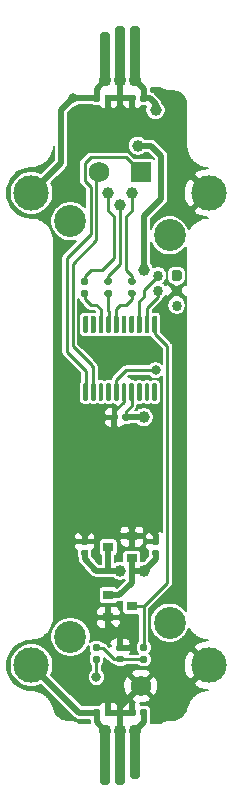
<source format=gbr>
%TF.GenerationSoftware,KiCad,Pcbnew,(5.1.10)-1*%
%TF.CreationDate,2021-07-16T11:56:50-07:00*%
%TF.ProjectId,slider,736c6964-6572-42e6-9b69-6361645f7063,rev?*%
%TF.SameCoordinates,Original*%
%TF.FileFunction,Copper,L2,Bot*%
%TF.FilePolarity,Positive*%
%FSLAX46Y46*%
G04 Gerber Fmt 4.6, Leading zero omitted, Abs format (unit mm)*
G04 Created by KiCad (PCBNEW (5.1.10)-1) date 2021-07-16 11:56:50*
%MOMM*%
%LPD*%
G01*
G04 APERTURE LIST*
%TA.AperFunction,ComponentPad*%
%ADD10C,3.000000*%
%TD*%
%TA.AperFunction,ComponentPad*%
%ADD11C,0.600000*%
%TD*%
%TA.AperFunction,ComponentPad*%
%ADD12C,1.100000*%
%TD*%
%TA.AperFunction,ComponentPad*%
%ADD13C,2.700000*%
%TD*%
%TA.AperFunction,ComponentPad*%
%ADD14C,1.750000*%
%TD*%
%TA.AperFunction,ComponentPad*%
%ADD15R,1.750000X1.750000*%
%TD*%
%TA.AperFunction,SMDPad,CuDef*%
%ADD16R,0.900000X0.800000*%
%TD*%
%TA.AperFunction,ComponentPad*%
%ADD17C,0.863600*%
%TD*%
%TA.AperFunction,ViaPad*%
%ADD18C,1.000000*%
%TD*%
%TA.AperFunction,ViaPad*%
%ADD19C,0.800000*%
%TD*%
%TA.AperFunction,Conductor*%
%ADD20C,0.250000*%
%TD*%
%TA.AperFunction,Conductor*%
%ADD21C,0.500000*%
%TD*%
%TA.AperFunction,Conductor*%
%ADD22C,0.200000*%
%TD*%
%TA.AperFunction,Conductor*%
%ADD23C,0.100000*%
%TD*%
G04 APERTURE END LIST*
D10*
%TO.P,MH4,1*%
%TO.N,JD_PWR*%
X92500000Y-120000000D03*
%TD*%
%TO.P,MH3,1*%
%TO.N,/JD_DATA*%
X92500000Y-80000000D03*
%TD*%
%TO.P,MH2,1*%
%TO.N,GND*%
X107500000Y-80000000D03*
%TD*%
%TO.P,MH1,1*%
%TO.N,GND*%
X107500000Y-120000000D03*
%TD*%
D11*
%TO.P,J3,2*%
%TO.N,GND*%
X100000000Y-67575000D03*
D12*
%TO.P,J3,1*%
%TO.N,/JD_DATA*%
X98730000Y-70450000D03*
%TO.P,J3,2*%
%TO.N,GND*%
X100000000Y-70450000D03*
%TO.P,J3,3*%
%TO.N,JD_PWR*%
X101270000Y-70450000D03*
%TA.AperFunction,SMDPad,CuDef*%
G36*
G01*
X101720000Y-66200100D02*
X101720000Y-70549900D01*
G75*
G02*
X101369900Y-70900000I-350100J0D01*
G01*
X101170100Y-70900000D01*
G75*
G02*
X100820000Y-70549900I0J350100D01*
G01*
X100820000Y-66200100D01*
G75*
G02*
X101170100Y-65850000I350100J0D01*
G01*
X101369900Y-65850000D01*
G75*
G02*
X101720000Y-66200100I0J-350100D01*
G01*
G37*
%TD.AperFunction*%
%TO.P,J3,2*%
%TO.N,GND*%
%TA.AperFunction,SMDPad,CuDef*%
G36*
G01*
X100450000Y-66200100D02*
X100450000Y-70549900D01*
G75*
G02*
X100099900Y-70900000I-350100J0D01*
G01*
X99900100Y-70900000D01*
G75*
G02*
X99550000Y-70549900I0J350100D01*
G01*
X99550000Y-66200100D01*
G75*
G02*
X99900100Y-65850000I350100J0D01*
G01*
X100099900Y-65850000D01*
G75*
G02*
X100450000Y-66200100I0J-350100D01*
G01*
G37*
%TD.AperFunction*%
%TO.P,J3,1*%
%TO.N,/JD_DATA*%
%TA.AperFunction,SMDPad,CuDef*%
G36*
G01*
X99180000Y-66700100D02*
X99180000Y-70549900D01*
G75*
G02*
X98829900Y-70900000I-350100J0D01*
G01*
X98630100Y-70900000D01*
G75*
G02*
X98280000Y-70549900I0J350100D01*
G01*
X98280000Y-66700100D01*
G75*
G02*
X98630100Y-66350000I350100J0D01*
G01*
X98829900Y-66350000D01*
G75*
G02*
X99180000Y-66700100I0J-350100D01*
G01*
G37*
%TD.AperFunction*%
%TD*%
D11*
%TO.P,J1,2*%
%TO.N,GND*%
X100000000Y-128425000D03*
D12*
%TO.P,J1,1*%
%TO.N,/JD_DATA*%
X101270000Y-125550000D03*
%TO.P,J1,2*%
%TO.N,GND*%
X100000000Y-125550000D03*
%TO.P,J1,3*%
%TO.N,JD_PWR*%
X98730000Y-125550000D03*
%TA.AperFunction,SMDPad,CuDef*%
G36*
G01*
X98280000Y-129799900D02*
X98280000Y-125450100D01*
G75*
G02*
X98630100Y-125100000I350100J0D01*
G01*
X98829900Y-125100000D01*
G75*
G02*
X99180000Y-125450100I0J-350100D01*
G01*
X99180000Y-129799900D01*
G75*
G02*
X98829900Y-130150000I-350100J0D01*
G01*
X98630100Y-130150000D01*
G75*
G02*
X98280000Y-129799900I0J350100D01*
G01*
G37*
%TD.AperFunction*%
%TO.P,J1,2*%
%TO.N,GND*%
%TA.AperFunction,SMDPad,CuDef*%
G36*
G01*
X99550000Y-129799900D02*
X99550000Y-125450100D01*
G75*
G02*
X99900100Y-125100000I350100J0D01*
G01*
X100099900Y-125100000D01*
G75*
G02*
X100450000Y-125450100I0J-350100D01*
G01*
X100450000Y-129799900D01*
G75*
G02*
X100099900Y-130150000I-350100J0D01*
G01*
X99900100Y-130150000D01*
G75*
G02*
X99550000Y-129799900I0J350100D01*
G01*
G37*
%TD.AperFunction*%
%TO.P,J1,1*%
%TO.N,/JD_DATA*%
%TA.AperFunction,SMDPad,CuDef*%
G36*
G01*
X100820000Y-129299900D02*
X100820000Y-125450100D01*
G75*
G02*
X101170100Y-125100000I350100J0D01*
G01*
X101369900Y-125100000D01*
G75*
G02*
X101720000Y-125450100I0J-350100D01*
G01*
X101720000Y-129299900D01*
G75*
G02*
X101369900Y-129650000I-350100J0D01*
G01*
X101170100Y-129650000D01*
G75*
G02*
X100820000Y-129299900I0J350100D01*
G01*
G37*
%TD.AperFunction*%
%TD*%
D13*
%TO.P,RV1,MP*%
%TO.N,N/C*%
X95800000Y-117600000D03*
X95800000Y-82400000D03*
X104200000Y-116400000D03*
X104200000Y-83600000D03*
D14*
%TO.P,RV1,3*%
%TO.N,GND*%
X101750000Y-121750000D03*
%TO.P,RV1,2*%
%TO.N,/POT_OUT*%
X98250000Y-78250000D03*
D15*
%TO.P,RV1,1*%
%TO.N,/POT_VDD*%
X101750000Y-78250000D03*
%TD*%
%TO.P,D6,2*%
%TO.N,GND*%
%TA.AperFunction,SMDPad,CuDef*%
G36*
G01*
X98690000Y-72172500D02*
X98690000Y-71827500D01*
G75*
G02*
X98837500Y-71680000I147500J0D01*
G01*
X99132500Y-71680000D01*
G75*
G02*
X99280000Y-71827500I0J-147500D01*
G01*
X99280000Y-72172500D01*
G75*
G02*
X99132500Y-72320000I-147500J0D01*
G01*
X98837500Y-72320000D01*
G75*
G02*
X98690000Y-72172500I0J147500D01*
G01*
G37*
%TD.AperFunction*%
%TO.P,D6,1*%
%TO.N,/JD_DATA*%
%TA.AperFunction,SMDPad,CuDef*%
G36*
G01*
X97720000Y-72172500D02*
X97720000Y-71827500D01*
G75*
G02*
X97867500Y-71680000I147500J0D01*
G01*
X98162500Y-71680000D01*
G75*
G02*
X98310000Y-71827500I0J-147500D01*
G01*
X98310000Y-72172500D01*
G75*
G02*
X98162500Y-72320000I-147500J0D01*
G01*
X97867500Y-72320000D01*
G75*
G02*
X97720000Y-72172500I0J147500D01*
G01*
G37*
%TD.AperFunction*%
%TD*%
%TO.P,D5,2*%
%TO.N,GND*%
%TA.AperFunction,SMDPad,CuDef*%
G36*
G01*
X101310000Y-71827500D02*
X101310000Y-72172500D01*
G75*
G02*
X101162500Y-72320000I-147500J0D01*
G01*
X100867500Y-72320000D01*
G75*
G02*
X100720000Y-72172500I0J147500D01*
G01*
X100720000Y-71827500D01*
G75*
G02*
X100867500Y-71680000I147500J0D01*
G01*
X101162500Y-71680000D01*
G75*
G02*
X101310000Y-71827500I0J-147500D01*
G01*
G37*
%TD.AperFunction*%
%TO.P,D5,1*%
%TO.N,JD_PWR*%
%TA.AperFunction,SMDPad,CuDef*%
G36*
G01*
X102280000Y-71827500D02*
X102280000Y-72172500D01*
G75*
G02*
X102132500Y-72320000I-147500J0D01*
G01*
X101837500Y-72320000D01*
G75*
G02*
X101690000Y-72172500I0J147500D01*
G01*
X101690000Y-71827500D01*
G75*
G02*
X101837500Y-71680000I147500J0D01*
G01*
X102132500Y-71680000D01*
G75*
G02*
X102280000Y-71827500I0J-147500D01*
G01*
G37*
%TD.AperFunction*%
%TD*%
%TO.P,D3,2*%
%TO.N,GND*%
%TA.AperFunction,SMDPad,CuDef*%
G36*
G01*
X101310000Y-123827500D02*
X101310000Y-124172500D01*
G75*
G02*
X101162500Y-124320000I-147500J0D01*
G01*
X100867500Y-124320000D01*
G75*
G02*
X100720000Y-124172500I0J147500D01*
G01*
X100720000Y-123827500D01*
G75*
G02*
X100867500Y-123680000I147500J0D01*
G01*
X101162500Y-123680000D01*
G75*
G02*
X101310000Y-123827500I0J-147500D01*
G01*
G37*
%TD.AperFunction*%
%TO.P,D3,1*%
%TO.N,/JD_DATA*%
%TA.AperFunction,SMDPad,CuDef*%
G36*
G01*
X102280000Y-123827500D02*
X102280000Y-124172500D01*
G75*
G02*
X102132500Y-124320000I-147500J0D01*
G01*
X101837500Y-124320000D01*
G75*
G02*
X101690000Y-124172500I0J147500D01*
G01*
X101690000Y-123827500D01*
G75*
G02*
X101837500Y-123680000I147500J0D01*
G01*
X102132500Y-123680000D01*
G75*
G02*
X102280000Y-123827500I0J-147500D01*
G01*
G37*
%TD.AperFunction*%
%TD*%
%TO.P,D2,2*%
%TO.N,GND*%
%TA.AperFunction,SMDPad,CuDef*%
G36*
G01*
X98690000Y-124172500D02*
X98690000Y-123827500D01*
G75*
G02*
X98837500Y-123680000I147500J0D01*
G01*
X99132500Y-123680000D01*
G75*
G02*
X99280000Y-123827500I0J-147500D01*
G01*
X99280000Y-124172500D01*
G75*
G02*
X99132500Y-124320000I-147500J0D01*
G01*
X98837500Y-124320000D01*
G75*
G02*
X98690000Y-124172500I0J147500D01*
G01*
G37*
%TD.AperFunction*%
%TO.P,D2,1*%
%TO.N,JD_PWR*%
%TA.AperFunction,SMDPad,CuDef*%
G36*
G01*
X97720000Y-124172500D02*
X97720000Y-123827500D01*
G75*
G02*
X97867500Y-123680000I147500J0D01*
G01*
X98162500Y-123680000D01*
G75*
G02*
X98310000Y-123827500I0J-147500D01*
G01*
X98310000Y-124172500D01*
G75*
G02*
X98162500Y-124320000I-147500J0D01*
G01*
X97867500Y-124320000D01*
G75*
G02*
X97720000Y-124172500I0J147500D01*
G01*
G37*
%TD.AperFunction*%
%TD*%
%TO.P,U2,20*%
%TO.N,/JD_DATA_MCU*%
%TA.AperFunction,SMDPad,CuDef*%
G36*
G01*
X103025000Y-91875000D02*
X102825000Y-91875000D01*
G75*
G02*
X102725000Y-91775000I0J100000D01*
G01*
X102725000Y-90500000D01*
G75*
G02*
X102825000Y-90400000I100000J0D01*
G01*
X103025000Y-90400000D01*
G75*
G02*
X103125000Y-90500000I0J-100000D01*
G01*
X103125000Y-91775000D01*
G75*
G02*
X103025000Y-91875000I-100000J0D01*
G01*
G37*
%TD.AperFunction*%
%TO.P,U2,19*%
%TO.N,/SWCLK*%
%TA.AperFunction,SMDPad,CuDef*%
G36*
G01*
X102375000Y-91875000D02*
X102175000Y-91875000D01*
G75*
G02*
X102075000Y-91775000I0J100000D01*
G01*
X102075000Y-90500000D01*
G75*
G02*
X102175000Y-90400000I100000J0D01*
G01*
X102375000Y-90400000D01*
G75*
G02*
X102475000Y-90500000I0J-100000D01*
G01*
X102475000Y-91775000D01*
G75*
G02*
X102375000Y-91875000I-100000J0D01*
G01*
G37*
%TD.AperFunction*%
%TO.P,U2,18*%
%TO.N,/SWDIO*%
%TA.AperFunction,SMDPad,CuDef*%
G36*
G01*
X101725000Y-91875000D02*
X101525000Y-91875000D01*
G75*
G02*
X101425000Y-91775000I0J100000D01*
G01*
X101425000Y-90500000D01*
G75*
G02*
X101525000Y-90400000I100000J0D01*
G01*
X101725000Y-90400000D01*
G75*
G02*
X101825000Y-90500000I0J-100000D01*
G01*
X101825000Y-91775000D01*
G75*
G02*
X101725000Y-91875000I-100000J0D01*
G01*
G37*
%TD.AperFunction*%
%TO.P,U2,17*%
%TO.N,Net-(U2-Pad17)*%
%TA.AperFunction,SMDPad,CuDef*%
G36*
G01*
X101075000Y-91875000D02*
X100875000Y-91875000D01*
G75*
G02*
X100775000Y-91775000I0J100000D01*
G01*
X100775000Y-90500000D01*
G75*
G02*
X100875000Y-90400000I100000J0D01*
G01*
X101075000Y-90400000D01*
G75*
G02*
X101175000Y-90500000I0J-100000D01*
G01*
X101175000Y-91775000D01*
G75*
G02*
X101075000Y-91875000I-100000J0D01*
G01*
G37*
%TD.AperFunction*%
%TO.P,U2,16*%
%TO.N,Net-(U2-Pad16)*%
%TA.AperFunction,SMDPad,CuDef*%
G36*
G01*
X100425000Y-91875000D02*
X100225000Y-91875000D01*
G75*
G02*
X100125000Y-91775000I0J100000D01*
G01*
X100125000Y-90500000D01*
G75*
G02*
X100225000Y-90400000I100000J0D01*
G01*
X100425000Y-90400000D01*
G75*
G02*
X100525000Y-90500000I0J-100000D01*
G01*
X100525000Y-91775000D01*
G75*
G02*
X100425000Y-91875000I-100000J0D01*
G01*
G37*
%TD.AperFunction*%
%TO.P,U2,15*%
%TO.N,/JD_RGB_R*%
%TA.AperFunction,SMDPad,CuDef*%
G36*
G01*
X99775000Y-91875000D02*
X99575000Y-91875000D01*
G75*
G02*
X99475000Y-91775000I0J100000D01*
G01*
X99475000Y-90500000D01*
G75*
G02*
X99575000Y-90400000I100000J0D01*
G01*
X99775000Y-90400000D01*
G75*
G02*
X99875000Y-90500000I0J-100000D01*
G01*
X99875000Y-91775000D01*
G75*
G02*
X99775000Y-91875000I-100000J0D01*
G01*
G37*
%TD.AperFunction*%
%TO.P,U2,14*%
%TO.N,/JD_RGB_G*%
%TA.AperFunction,SMDPad,CuDef*%
G36*
G01*
X99125000Y-91875000D02*
X98925000Y-91875000D01*
G75*
G02*
X98825000Y-91775000I0J100000D01*
G01*
X98825000Y-90500000D01*
G75*
G02*
X98925000Y-90400000I100000J0D01*
G01*
X99125000Y-90400000D01*
G75*
G02*
X99225000Y-90500000I0J-100000D01*
G01*
X99225000Y-91775000D01*
G75*
G02*
X99125000Y-91875000I-100000J0D01*
G01*
G37*
%TD.AperFunction*%
%TO.P,U2,13*%
%TO.N,/JD_RGB_B*%
%TA.AperFunction,SMDPad,CuDef*%
G36*
G01*
X98475000Y-91875000D02*
X98275000Y-91875000D01*
G75*
G02*
X98175000Y-91775000I0J100000D01*
G01*
X98175000Y-90500000D01*
G75*
G02*
X98275000Y-90400000I100000J0D01*
G01*
X98475000Y-90400000D01*
G75*
G02*
X98575000Y-90500000I0J-100000D01*
G01*
X98575000Y-91775000D01*
G75*
G02*
X98475000Y-91875000I-100000J0D01*
G01*
G37*
%TD.AperFunction*%
%TO.P,U2,12*%
%TO.N,Net-(U2-Pad12)*%
%TA.AperFunction,SMDPad,CuDef*%
G36*
G01*
X97825000Y-91875000D02*
X97625000Y-91875000D01*
G75*
G02*
X97525000Y-91775000I0J100000D01*
G01*
X97525000Y-90500000D01*
G75*
G02*
X97625000Y-90400000I100000J0D01*
G01*
X97825000Y-90400000D01*
G75*
G02*
X97925000Y-90500000I0J-100000D01*
G01*
X97925000Y-91775000D01*
G75*
G02*
X97825000Y-91875000I-100000J0D01*
G01*
G37*
%TD.AperFunction*%
%TO.P,U2,11*%
%TO.N,Net-(U2-Pad11)*%
%TA.AperFunction,SMDPad,CuDef*%
G36*
G01*
X97175000Y-91875000D02*
X96975000Y-91875000D01*
G75*
G02*
X96875000Y-91775000I0J100000D01*
G01*
X96875000Y-90500000D01*
G75*
G02*
X96975000Y-90400000I100000J0D01*
G01*
X97175000Y-90400000D01*
G75*
G02*
X97275000Y-90500000I0J-100000D01*
G01*
X97275000Y-91775000D01*
G75*
G02*
X97175000Y-91875000I-100000J0D01*
G01*
G37*
%TD.AperFunction*%
%TO.P,U2,10*%
%TO.N,/POT_VDD*%
%TA.AperFunction,SMDPad,CuDef*%
G36*
G01*
X97175000Y-97600000D02*
X96975000Y-97600000D01*
G75*
G02*
X96875000Y-97500000I0J100000D01*
G01*
X96875000Y-96225000D01*
G75*
G02*
X96975000Y-96125000I100000J0D01*
G01*
X97175000Y-96125000D01*
G75*
G02*
X97275000Y-96225000I0J-100000D01*
G01*
X97275000Y-97500000D01*
G75*
G02*
X97175000Y-97600000I-100000J0D01*
G01*
G37*
%TD.AperFunction*%
%TO.P,U2,9*%
%TO.N,/POT_OUT*%
%TA.AperFunction,SMDPad,CuDef*%
G36*
G01*
X97825000Y-97600000D02*
X97625000Y-97600000D01*
G75*
G02*
X97525000Y-97500000I0J100000D01*
G01*
X97525000Y-96225000D01*
G75*
G02*
X97625000Y-96125000I100000J0D01*
G01*
X97825000Y-96125000D01*
G75*
G02*
X97925000Y-96225000I0J-100000D01*
G01*
X97925000Y-97500000D01*
G75*
G02*
X97825000Y-97600000I-100000J0D01*
G01*
G37*
%TD.AperFunction*%
%TO.P,U2,8*%
%TO.N,Net-(U2-Pad8)*%
%TA.AperFunction,SMDPad,CuDef*%
G36*
G01*
X98475000Y-97600000D02*
X98275000Y-97600000D01*
G75*
G02*
X98175000Y-97500000I0J100000D01*
G01*
X98175000Y-96225000D01*
G75*
G02*
X98275000Y-96125000I100000J0D01*
G01*
X98475000Y-96125000D01*
G75*
G02*
X98575000Y-96225000I0J-100000D01*
G01*
X98575000Y-97500000D01*
G75*
G02*
X98475000Y-97600000I-100000J0D01*
G01*
G37*
%TD.AperFunction*%
%TO.P,U2,7*%
%TO.N,Net-(U2-Pad7)*%
%TA.AperFunction,SMDPad,CuDef*%
G36*
G01*
X99125000Y-97600000D02*
X98925000Y-97600000D01*
G75*
G02*
X98825000Y-97500000I0J100000D01*
G01*
X98825000Y-96225000D01*
G75*
G02*
X98925000Y-96125000I100000J0D01*
G01*
X99125000Y-96125000D01*
G75*
G02*
X99225000Y-96225000I0J-100000D01*
G01*
X99225000Y-97500000D01*
G75*
G02*
X99125000Y-97600000I-100000J0D01*
G01*
G37*
%TD.AperFunction*%
%TO.P,U2,6*%
%TO.N,/nRESET*%
%TA.AperFunction,SMDPad,CuDef*%
G36*
G01*
X99775000Y-97600000D02*
X99575000Y-97600000D01*
G75*
G02*
X99475000Y-97500000I0J100000D01*
G01*
X99475000Y-96225000D01*
G75*
G02*
X99575000Y-96125000I100000J0D01*
G01*
X99775000Y-96125000D01*
G75*
G02*
X99875000Y-96225000I0J-100000D01*
G01*
X99875000Y-97500000D01*
G75*
G02*
X99775000Y-97600000I-100000J0D01*
G01*
G37*
%TD.AperFunction*%
%TO.P,U2,5*%
%TO.N,GND*%
%TA.AperFunction,SMDPad,CuDef*%
G36*
G01*
X100425000Y-97600000D02*
X100225000Y-97600000D01*
G75*
G02*
X100125000Y-97500000I0J100000D01*
G01*
X100125000Y-96225000D01*
G75*
G02*
X100225000Y-96125000I100000J0D01*
G01*
X100425000Y-96125000D01*
G75*
G02*
X100525000Y-96225000I0J-100000D01*
G01*
X100525000Y-97500000D01*
G75*
G02*
X100425000Y-97600000I-100000J0D01*
G01*
G37*
%TD.AperFunction*%
%TO.P,U2,4*%
%TO.N,+3V3*%
%TA.AperFunction,SMDPad,CuDef*%
G36*
G01*
X101075000Y-97600000D02*
X100875000Y-97600000D01*
G75*
G02*
X100775000Y-97500000I0J100000D01*
G01*
X100775000Y-96225000D01*
G75*
G02*
X100875000Y-96125000I100000J0D01*
G01*
X101075000Y-96125000D01*
G75*
G02*
X101175000Y-96225000I0J-100000D01*
G01*
X101175000Y-97500000D01*
G75*
G02*
X101075000Y-97600000I-100000J0D01*
G01*
G37*
%TD.AperFunction*%
%TO.P,U2,3*%
%TO.N,Net-(U2-Pad3)*%
%TA.AperFunction,SMDPad,CuDef*%
G36*
G01*
X101725000Y-97600000D02*
X101525000Y-97600000D01*
G75*
G02*
X101425000Y-97500000I0J100000D01*
G01*
X101425000Y-96225000D01*
G75*
G02*
X101525000Y-96125000I100000J0D01*
G01*
X101725000Y-96125000D01*
G75*
G02*
X101825000Y-96225000I0J-100000D01*
G01*
X101825000Y-97500000D01*
G75*
G02*
X101725000Y-97600000I-100000J0D01*
G01*
G37*
%TD.AperFunction*%
%TO.P,U2,2*%
%TO.N,Net-(U2-Pad2)*%
%TA.AperFunction,SMDPad,CuDef*%
G36*
G01*
X102375000Y-97600000D02*
X102175000Y-97600000D01*
G75*
G02*
X102075000Y-97500000I0J100000D01*
G01*
X102075000Y-96225000D01*
G75*
G02*
X102175000Y-96125000I100000J0D01*
G01*
X102375000Y-96125000D01*
G75*
G02*
X102475000Y-96225000I0J-100000D01*
G01*
X102475000Y-97500000D01*
G75*
G02*
X102375000Y-97600000I-100000J0D01*
G01*
G37*
%TD.AperFunction*%
%TO.P,U2,1*%
%TO.N,Net-(U2-Pad1)*%
%TA.AperFunction,SMDPad,CuDef*%
G36*
G01*
X103025000Y-97600000D02*
X102825000Y-97600000D01*
G75*
G02*
X102725000Y-97500000I0J100000D01*
G01*
X102725000Y-96225000D01*
G75*
G02*
X102825000Y-96125000I100000J0D01*
G01*
X103025000Y-96125000D01*
G75*
G02*
X103125000Y-96225000I0J-100000D01*
G01*
X103125000Y-97500000D01*
G75*
G02*
X103025000Y-97600000I-100000J0D01*
G01*
G37*
%TD.AperFunction*%
%TD*%
D16*
%TO.P,U1,3*%
%TO.N,JD_PWR*%
X99000000Y-110000000D03*
%TO.P,U1,2*%
%TO.N,+3V3*%
X101000000Y-110950000D03*
%TO.P,U1,1*%
%TO.N,GND*%
X101000000Y-109050000D03*
%TD*%
%TO.P,R6,2*%
%TO.N,Net-(D4-Pad4)*%
%TA.AperFunction,SMDPad,CuDef*%
G36*
G01*
X97185000Y-87760000D02*
X96815000Y-87760000D01*
G75*
G02*
X96680000Y-87625000I0J135000D01*
G01*
X96680000Y-87355000D01*
G75*
G02*
X96815000Y-87220000I135000J0D01*
G01*
X97185000Y-87220000D01*
G75*
G02*
X97320000Y-87355000I0J-135000D01*
G01*
X97320000Y-87625000D01*
G75*
G02*
X97185000Y-87760000I-135000J0D01*
G01*
G37*
%TD.AperFunction*%
%TO.P,R6,1*%
%TO.N,/JD_RGB_B*%
%TA.AperFunction,SMDPad,CuDef*%
G36*
G01*
X97185000Y-88780000D02*
X96815000Y-88780000D01*
G75*
G02*
X96680000Y-88645000I0J135000D01*
G01*
X96680000Y-88375000D01*
G75*
G02*
X96815000Y-88240000I135000J0D01*
G01*
X97185000Y-88240000D01*
G75*
G02*
X97320000Y-88375000I0J-135000D01*
G01*
X97320000Y-88645000D01*
G75*
G02*
X97185000Y-88780000I-135000J0D01*
G01*
G37*
%TD.AperFunction*%
%TD*%
%TO.P,R5,2*%
%TO.N,Net-(D4-Pad3)*%
%TA.AperFunction,SMDPad,CuDef*%
G36*
G01*
X99185000Y-87760000D02*
X98815000Y-87760000D01*
G75*
G02*
X98680000Y-87625000I0J135000D01*
G01*
X98680000Y-87355000D01*
G75*
G02*
X98815000Y-87220000I135000J0D01*
G01*
X99185000Y-87220000D01*
G75*
G02*
X99320000Y-87355000I0J-135000D01*
G01*
X99320000Y-87625000D01*
G75*
G02*
X99185000Y-87760000I-135000J0D01*
G01*
G37*
%TD.AperFunction*%
%TO.P,R5,1*%
%TO.N,/JD_RGB_G*%
%TA.AperFunction,SMDPad,CuDef*%
G36*
G01*
X99185000Y-88780000D02*
X98815000Y-88780000D01*
G75*
G02*
X98680000Y-88645000I0J135000D01*
G01*
X98680000Y-88375000D01*
G75*
G02*
X98815000Y-88240000I135000J0D01*
G01*
X99185000Y-88240000D01*
G75*
G02*
X99320000Y-88375000I0J-135000D01*
G01*
X99320000Y-88645000D01*
G75*
G02*
X99185000Y-88780000I-135000J0D01*
G01*
G37*
%TD.AperFunction*%
%TD*%
%TO.P,R4,2*%
%TO.N,Net-(D4-Pad2)*%
%TA.AperFunction,SMDPad,CuDef*%
G36*
G01*
X101185000Y-87760000D02*
X100815000Y-87760000D01*
G75*
G02*
X100680000Y-87625000I0J135000D01*
G01*
X100680000Y-87355000D01*
G75*
G02*
X100815000Y-87220000I135000J0D01*
G01*
X101185000Y-87220000D01*
G75*
G02*
X101320000Y-87355000I0J-135000D01*
G01*
X101320000Y-87625000D01*
G75*
G02*
X101185000Y-87760000I-135000J0D01*
G01*
G37*
%TD.AperFunction*%
%TO.P,R4,1*%
%TO.N,/JD_RGB_R*%
%TA.AperFunction,SMDPad,CuDef*%
G36*
G01*
X101185000Y-88780000D02*
X100815000Y-88780000D01*
G75*
G02*
X100680000Y-88645000I0J135000D01*
G01*
X100680000Y-88375000D01*
G75*
G02*
X100815000Y-88240000I135000J0D01*
G01*
X101185000Y-88240000D01*
G75*
G02*
X101320000Y-88375000I0J-135000D01*
G01*
X101320000Y-88645000D01*
G75*
G02*
X101185000Y-88780000I-135000J0D01*
G01*
G37*
%TD.AperFunction*%
%TD*%
%TO.P,R1,2*%
%TO.N,Net-(C1-Pad1)*%
%TA.AperFunction,SMDPad,CuDef*%
G36*
G01*
X101815000Y-119240000D02*
X102185000Y-119240000D01*
G75*
G02*
X102320000Y-119375000I0J-135000D01*
G01*
X102320000Y-119645000D01*
G75*
G02*
X102185000Y-119780000I-135000J0D01*
G01*
X101815000Y-119780000D01*
G75*
G02*
X101680000Y-119645000I0J135000D01*
G01*
X101680000Y-119375000D01*
G75*
G02*
X101815000Y-119240000I135000J0D01*
G01*
G37*
%TD.AperFunction*%
%TO.P,R1,1*%
%TO.N,/JD_DATA_MCU*%
%TA.AperFunction,SMDPad,CuDef*%
G36*
G01*
X101815000Y-118220000D02*
X102185000Y-118220000D01*
G75*
G02*
X102320000Y-118355000I0J-135000D01*
G01*
X102320000Y-118625000D01*
G75*
G02*
X102185000Y-118760000I-135000J0D01*
G01*
X101815000Y-118760000D01*
G75*
G02*
X101680000Y-118625000I0J135000D01*
G01*
X101680000Y-118355000D01*
G75*
G02*
X101815000Y-118220000I135000J0D01*
G01*
G37*
%TD.AperFunction*%
%TD*%
D17*
%TO.P,J2,5*%
%TO.N,/nRESET*%
X104787400Y-89540000D03*
%TO.P,J2,4*%
%TO.N,/SWCLK*%
X103212600Y-88270000D03*
%TO.P,J2,3*%
%TO.N,GND*%
X104787400Y-88270000D03*
%TO.P,J2,2*%
%TO.N,/SWDIO*%
X103212600Y-87000000D03*
%TO.P,J2,1*%
%TO.N,+3V3*%
%TA.AperFunction,ComponentPad*%
G36*
G01*
X105046480Y-87431800D02*
X104528320Y-87431800D01*
G75*
G02*
X104355600Y-87259080I0J172720D01*
G01*
X104355600Y-86740920D01*
G75*
G02*
X104528320Y-86568200I172720J0D01*
G01*
X105046480Y-86568200D01*
G75*
G02*
X105219200Y-86740920I0J-172720D01*
G01*
X105219200Y-87259080D01*
G75*
G02*
X105046480Y-87431800I-172720J0D01*
G01*
G37*
%TD.AperFunction*%
%TD*%
%TO.P,FB1,2*%
%TO.N,/JD_DATA*%
%TA.AperFunction,SMDPad,CuDef*%
G36*
G01*
X97827500Y-119190000D02*
X98172500Y-119190000D01*
G75*
G02*
X98320000Y-119337500I0J-147500D01*
G01*
X98320000Y-119632500D01*
G75*
G02*
X98172500Y-119780000I-147500J0D01*
G01*
X97827500Y-119780000D01*
G75*
G02*
X97680000Y-119632500I0J147500D01*
G01*
X97680000Y-119337500D01*
G75*
G02*
X97827500Y-119190000I147500J0D01*
G01*
G37*
%TD.AperFunction*%
%TO.P,FB1,1*%
%TO.N,Net-(C1-Pad1)*%
%TA.AperFunction,SMDPad,CuDef*%
G36*
G01*
X97827500Y-118220000D02*
X98172500Y-118220000D01*
G75*
G02*
X98320000Y-118367500I0J-147500D01*
G01*
X98320000Y-118662500D01*
G75*
G02*
X98172500Y-118810000I-147500J0D01*
G01*
X97827500Y-118810000D01*
G75*
G02*
X97680000Y-118662500I0J147500D01*
G01*
X97680000Y-118367500D01*
G75*
G02*
X97827500Y-118220000I147500J0D01*
G01*
G37*
%TD.AperFunction*%
%TD*%
D16*
%TO.P,D1,3*%
%TO.N,/JD_DATA_MCU*%
X101000000Y-115000000D03*
%TO.P,D1,2*%
%TO.N,+3V3*%
X99000000Y-114050000D03*
%TO.P,D1,1*%
%TO.N,GND*%
X99000000Y-115950000D03*
%TD*%
%TO.P,C5,2*%
%TO.N,GND*%
%TA.AperFunction,SMDPad,CuDef*%
G36*
G01*
X99800000Y-98830000D02*
X99800000Y-99170000D01*
G75*
G02*
X99660000Y-99310000I-140000J0D01*
G01*
X99380000Y-99310000D01*
G75*
G02*
X99240000Y-99170000I0J140000D01*
G01*
X99240000Y-98830000D01*
G75*
G02*
X99380000Y-98690000I140000J0D01*
G01*
X99660000Y-98690000D01*
G75*
G02*
X99800000Y-98830000I0J-140000D01*
G01*
G37*
%TD.AperFunction*%
%TO.P,C5,1*%
%TO.N,+3V3*%
%TA.AperFunction,SMDPad,CuDef*%
G36*
G01*
X100760000Y-98830000D02*
X100760000Y-99170000D01*
G75*
G02*
X100620000Y-99310000I-140000J0D01*
G01*
X100340000Y-99310000D01*
G75*
G02*
X100200000Y-99170000I0J140000D01*
G01*
X100200000Y-98830000D01*
G75*
G02*
X100340000Y-98690000I140000J0D01*
G01*
X100620000Y-98690000D01*
G75*
G02*
X100760000Y-98830000I0J-140000D01*
G01*
G37*
%TD.AperFunction*%
%TD*%
%TO.P,C3,2*%
%TO.N,GND*%
%TA.AperFunction,SMDPad,CuDef*%
G36*
G01*
X103170000Y-109800000D02*
X102830000Y-109800000D01*
G75*
G02*
X102690000Y-109660000I0J140000D01*
G01*
X102690000Y-109380000D01*
G75*
G02*
X102830000Y-109240000I140000J0D01*
G01*
X103170000Y-109240000D01*
G75*
G02*
X103310000Y-109380000I0J-140000D01*
G01*
X103310000Y-109660000D01*
G75*
G02*
X103170000Y-109800000I-140000J0D01*
G01*
G37*
%TD.AperFunction*%
%TO.P,C3,1*%
%TO.N,+3V3*%
%TA.AperFunction,SMDPad,CuDef*%
G36*
G01*
X103170000Y-110760000D02*
X102830000Y-110760000D01*
G75*
G02*
X102690000Y-110620000I0J140000D01*
G01*
X102690000Y-110340000D01*
G75*
G02*
X102830000Y-110200000I140000J0D01*
G01*
X103170000Y-110200000D01*
G75*
G02*
X103310000Y-110340000I0J-140000D01*
G01*
X103310000Y-110620000D01*
G75*
G02*
X103170000Y-110760000I-140000J0D01*
G01*
G37*
%TD.AperFunction*%
%TD*%
%TO.P,C2,2*%
%TO.N,GND*%
%TA.AperFunction,SMDPad,CuDef*%
G36*
G01*
X97170000Y-109800000D02*
X96830000Y-109800000D01*
G75*
G02*
X96690000Y-109660000I0J140000D01*
G01*
X96690000Y-109380000D01*
G75*
G02*
X96830000Y-109240000I140000J0D01*
G01*
X97170000Y-109240000D01*
G75*
G02*
X97310000Y-109380000I0J-140000D01*
G01*
X97310000Y-109660000D01*
G75*
G02*
X97170000Y-109800000I-140000J0D01*
G01*
G37*
%TD.AperFunction*%
%TO.P,C2,1*%
%TO.N,JD_PWR*%
%TA.AperFunction,SMDPad,CuDef*%
G36*
G01*
X97170000Y-110760000D02*
X96830000Y-110760000D01*
G75*
G02*
X96690000Y-110620000I0J140000D01*
G01*
X96690000Y-110340000D01*
G75*
G02*
X96830000Y-110200000I140000J0D01*
G01*
X97170000Y-110200000D01*
G75*
G02*
X97310000Y-110340000I0J-140000D01*
G01*
X97310000Y-110620000D01*
G75*
G02*
X97170000Y-110760000I-140000J0D01*
G01*
G37*
%TD.AperFunction*%
%TD*%
%TO.P,C1,2*%
%TO.N,GND*%
%TA.AperFunction,SMDPad,CuDef*%
G36*
G01*
X100170000Y-118800000D02*
X99830000Y-118800000D01*
G75*
G02*
X99690000Y-118660000I0J140000D01*
G01*
X99690000Y-118380000D01*
G75*
G02*
X99830000Y-118240000I140000J0D01*
G01*
X100170000Y-118240000D01*
G75*
G02*
X100310000Y-118380000I0J-140000D01*
G01*
X100310000Y-118660000D01*
G75*
G02*
X100170000Y-118800000I-140000J0D01*
G01*
G37*
%TD.AperFunction*%
%TO.P,C1,1*%
%TO.N,Net-(C1-Pad1)*%
%TA.AperFunction,SMDPad,CuDef*%
G36*
G01*
X100170000Y-119760000D02*
X99830000Y-119760000D01*
G75*
G02*
X99690000Y-119620000I0J140000D01*
G01*
X99690000Y-119340000D01*
G75*
G02*
X99830000Y-119200000I140000J0D01*
G01*
X100170000Y-119200000D01*
G75*
G02*
X100310000Y-119340000I0J-140000D01*
G01*
X100310000Y-119620000D01*
G75*
G02*
X100170000Y-119760000I-140000J0D01*
G01*
G37*
%TD.AperFunction*%
%TD*%
D18*
%TO.N,GND*%
X101000000Y-117000000D03*
X101000000Y-108000000D03*
X101000000Y-93500000D03*
X103000000Y-93500000D03*
X105000000Y-74000000D03*
X96000000Y-108000000D03*
X105000000Y-76000000D03*
%TO.N,JD_PWR*%
X103000000Y-73000000D03*
X100000000Y-112000000D03*
%TO.N,+3V3*%
X102000000Y-112000000D03*
X102000000Y-99000000D03*
X102000000Y-86500000D03*
X101500000Y-76000000D03*
%TO.N,Net-(D4-Pad4)*%
X99000000Y-80000000D03*
%TO.N,Net-(D4-Pad3)*%
X100000000Y-81000000D03*
%TO.N,Net-(D4-Pad2)*%
X101000000Y-80000000D03*
D19*
%TO.N,/nRESET*%
X103000000Y-95000000D03*
%TO.N,/JD_DATA*%
X97999986Y-121000000D03*
X96000010Y-72000000D03*
%TD*%
D20*
%TO.N,GND*%
X100000000Y-67575000D02*
X100000000Y-68750000D01*
X100000000Y-128425000D02*
X100000000Y-127250000D01*
D21*
X100000000Y-68750000D02*
X100000000Y-72000000D01*
X98985000Y-72000000D02*
X101015000Y-72000000D01*
X100000000Y-125550000D02*
X100000000Y-124000000D01*
X100000000Y-124000000D02*
X101015000Y-124000000D01*
X98985000Y-124000000D02*
X100000000Y-124000000D01*
D20*
X100325000Y-97675000D02*
X100325000Y-96862500D01*
X99500000Y-98500000D02*
X100325000Y-97675000D01*
X99500000Y-98960000D02*
X99500000Y-98500000D01*
X99520000Y-98980000D02*
X99500000Y-98960000D01*
D21*
X99000000Y-115950000D02*
X99000000Y-116500000D01*
X99000000Y-116500000D02*
X99500000Y-117000000D01*
X100000000Y-118520000D02*
X100000000Y-117000000D01*
X100000000Y-117000000D02*
X101000000Y-117000000D01*
X99500000Y-117000000D02*
X100000000Y-117000000D01*
X101000000Y-109050000D02*
X101000000Y-108000000D01*
X97000000Y-109520000D02*
X97000000Y-109000000D01*
X98000000Y-108000000D02*
X101000000Y-108000000D01*
X97000000Y-109000000D02*
X98000000Y-108000000D01*
X101000000Y-108000000D02*
X102000000Y-108000000D01*
X103000000Y-109000000D02*
X103000000Y-109520000D01*
X102000000Y-108000000D02*
X103000000Y-109000000D01*
X99520000Y-99000000D02*
X99520000Y-108000000D01*
X101000000Y-93500000D02*
X103000000Y-93500000D01*
X97000000Y-109000000D02*
X96000000Y-108000000D01*
X100000000Y-124000000D02*
X100000000Y-123500000D01*
X100000000Y-72000000D02*
X100000000Y-73000000D01*
X101000000Y-74000000D02*
X105000000Y-74000000D01*
X100000000Y-73000000D02*
X101000000Y-74000000D01*
X105000000Y-74000000D02*
X105000000Y-76000000D01*
X100000000Y-123500000D02*
X101750000Y-121750000D01*
D20*
%TO.N,Net-(C1-Pad1)*%
X100000000Y-119480000D02*
X99480000Y-119480000D01*
X98515000Y-118515000D02*
X98000000Y-118515000D01*
X99480000Y-119480000D02*
X98515000Y-118515000D01*
X100030000Y-119480000D02*
X100000000Y-119510000D01*
X102000000Y-119480000D02*
X100030000Y-119480000D01*
D21*
%TO.N,JD_PWR*%
X101985000Y-71165000D02*
X101985000Y-72000000D01*
X101270000Y-70450000D02*
X101985000Y-71165000D01*
X98015000Y-124835000D02*
X98730000Y-125550000D01*
X98015000Y-124000000D02*
X98015000Y-124835000D01*
X96500000Y-124000000D02*
X98015000Y-124000000D01*
X92500000Y-120000000D02*
X96500000Y-124000000D01*
X97000000Y-110480000D02*
X97000000Y-111000000D01*
X98000000Y-112000000D02*
X99000000Y-112000000D01*
X97000000Y-111000000D02*
X98000000Y-112000000D01*
X99000000Y-112000000D02*
X99000000Y-110000000D01*
X103000000Y-72507500D02*
X103000000Y-73000000D01*
X102492500Y-72000000D02*
X103000000Y-72507500D01*
X101985000Y-72000000D02*
X102492500Y-72000000D01*
X99000000Y-112000000D02*
X100000000Y-112000000D01*
D20*
%TO.N,+3V3*%
X100975000Y-98030000D02*
X100975000Y-96862500D01*
X100500000Y-98505000D02*
X100975000Y-98030000D01*
X100500000Y-98980000D02*
X100500000Y-98505000D01*
X100480000Y-99000000D02*
X100500000Y-98980000D01*
D21*
X101000000Y-110950000D02*
X101000000Y-111000000D01*
X101000000Y-112000000D02*
X102000000Y-112000000D01*
X101000000Y-112000000D02*
X101000000Y-110950000D01*
X102000000Y-112000000D02*
X103000000Y-111000000D01*
X103000000Y-111000000D02*
X103000000Y-110480000D01*
X100480000Y-99000000D02*
X102000000Y-99000000D01*
X99000000Y-114050000D02*
X99950000Y-114050000D01*
X101000000Y-113000000D02*
X101000000Y-112000000D01*
X99950000Y-114050000D02*
X101000000Y-113000000D01*
X103500000Y-76896447D02*
X102603553Y-76000000D01*
X103500000Y-80500000D02*
X103500000Y-76896447D01*
X102000000Y-82000000D02*
X103500000Y-80500000D01*
X102603553Y-76000000D02*
X101500000Y-76000000D01*
X102000000Y-86500000D02*
X102000000Y-82000000D01*
D20*
%TO.N,/JD_DATA_MCU*%
X101000000Y-115000000D02*
X102000000Y-115000000D01*
X102000000Y-118490000D02*
X102000000Y-115000000D01*
X102925000Y-91925000D02*
X102925000Y-91137500D01*
X104000000Y-93000000D02*
X102925000Y-91925000D01*
X104000000Y-113000000D02*
X104000000Y-93000000D01*
X102000000Y-115000000D02*
X104000000Y-113000000D01*
%TO.N,Net-(D4-Pad4)*%
X99000000Y-81500000D02*
X99000000Y-80000000D01*
X99500000Y-82000000D02*
X99000000Y-81500000D01*
X98500000Y-86500000D02*
X99500000Y-85500000D01*
X97500000Y-86500000D02*
X98500000Y-86500000D01*
X97000000Y-87000000D02*
X97500000Y-86500000D01*
X99500000Y-85500000D02*
X99500000Y-82000000D01*
X97000000Y-87490000D02*
X97000000Y-87000000D01*
%TO.N,Net-(D4-Pad3)*%
X99000000Y-87000000D02*
X100000000Y-86000000D01*
X99000000Y-87000000D02*
X99000000Y-87490000D01*
X100000000Y-81000000D02*
X100000000Y-86000000D01*
%TO.N,Net-(D4-Pad2)*%
X101000000Y-81000000D02*
X101000000Y-80000000D01*
X101000000Y-81500000D02*
X101000000Y-81000000D01*
X100500000Y-82000000D02*
X101000000Y-81500000D01*
X100500000Y-86500000D02*
X100500000Y-82000000D01*
X101000000Y-87000000D02*
X100500000Y-86500000D01*
X101000000Y-87490000D02*
X101000000Y-87000000D01*
%TO.N,/nRESET*%
X100500000Y-95000000D02*
X103000000Y-95000000D01*
X99675000Y-95825000D02*
X100500000Y-95000000D01*
X99675000Y-96862500D02*
X99675000Y-95825000D01*
%TO.N,/SWCLK*%
X103212600Y-88787400D02*
X103212600Y-88270000D01*
X102275000Y-89725000D02*
X103212600Y-88787400D01*
X102275000Y-91137500D02*
X102275000Y-89725000D01*
%TO.N,/SWDIO*%
X102000000Y-88212600D02*
X103212600Y-87000000D01*
X102000000Y-88812500D02*
X102000000Y-88212600D01*
X101625000Y-89187500D02*
X102000000Y-88812500D01*
X101625000Y-91137500D02*
X101625000Y-89187500D01*
%TO.N,/JD_RGB_R*%
X99675000Y-91137500D02*
X99675000Y-89825000D01*
X99675000Y-89825000D02*
X100000000Y-89500000D01*
X100000000Y-89500000D02*
X100500000Y-89500000D01*
X101000000Y-89000000D02*
X101000000Y-88510000D01*
X100500000Y-89500000D02*
X101000000Y-89000000D01*
%TO.N,/JD_RGB_G*%
X99025000Y-91137500D02*
X99025000Y-90025000D01*
X99000000Y-90000000D02*
X99000000Y-88510000D01*
X99025000Y-90025000D02*
X99000000Y-90000000D01*
%TO.N,/JD_RGB_B*%
X97000000Y-88510000D02*
X97000000Y-89000000D01*
X98375000Y-91137500D02*
X98375000Y-89875000D01*
X98375000Y-89875000D02*
X98000000Y-89500000D01*
X97500000Y-89500000D02*
X97000000Y-89000000D01*
X98000000Y-89500000D02*
X97500000Y-89500000D01*
%TO.N,/POT_OUT*%
X97725000Y-96862500D02*
X97725000Y-94725000D01*
X97725000Y-94725000D02*
X97000000Y-94000000D01*
X97600010Y-94600010D02*
X97000000Y-94000000D01*
X96000000Y-86000000D02*
X98000000Y-84000000D01*
X98000000Y-78500000D02*
X98250000Y-78250000D01*
X98000000Y-84000000D02*
X98000000Y-78500000D01*
X96000000Y-93000000D02*
X96000000Y-86000000D01*
X97000000Y-94000000D02*
X96000000Y-93000000D01*
%TO.N,/POT_VDD*%
X97075000Y-95075000D02*
X97075000Y-96862500D01*
X95500000Y-93500000D02*
X97075000Y-95075000D01*
X100500000Y-77000000D02*
X101750000Y-78250000D01*
X97500000Y-77000000D02*
X100500000Y-77000000D01*
X97000000Y-77500000D02*
X97500000Y-77000000D01*
X97000000Y-79000000D02*
X97000000Y-77500000D01*
X95500000Y-85500000D02*
X97500000Y-83500000D01*
X97500000Y-79500000D02*
X97000000Y-79000000D01*
X95500000Y-86500000D02*
X95500000Y-85500000D01*
X97500000Y-83500000D02*
X97500000Y-79500000D01*
X95500000Y-86000000D02*
X95500000Y-86500000D01*
X95500000Y-86500000D02*
X95500000Y-93500000D01*
D21*
%TO.N,/JD_DATA*%
X98015000Y-71165000D02*
X98730000Y-70450000D01*
X98015000Y-72000000D02*
X98015000Y-71165000D01*
X101985000Y-124835000D02*
X101270000Y-125550000D01*
X101985000Y-124000000D02*
X101985000Y-124835000D01*
X98015000Y-72000000D02*
X96000000Y-72000000D01*
D20*
X98000000Y-119485000D02*
X98000000Y-120999986D01*
X98000000Y-120999986D02*
X97999986Y-121000000D01*
X96000000Y-72000000D02*
X96000010Y-72000000D01*
D21*
X95000000Y-77500000D02*
X92500000Y-80000000D01*
X95000000Y-73000010D02*
X95000000Y-77500000D01*
X96000010Y-72000000D02*
X95000000Y-73000010D01*
%TD*%
D22*
%TO.N,GND*%
X93315929Y-78335544D02*
X93039625Y-78221095D01*
X92682209Y-78150000D01*
X92317791Y-78150000D01*
X91960375Y-78221095D01*
X91623697Y-78360552D01*
X91320694Y-78563011D01*
X91063011Y-78820694D01*
X90860552Y-79123697D01*
X90721095Y-79460375D01*
X90650000Y-79817791D01*
X90650000Y-80182209D01*
X90721095Y-80539625D01*
X90860552Y-80876303D01*
X91063011Y-81179306D01*
X91320694Y-81436989D01*
X91623697Y-81639448D01*
X91960375Y-81778905D01*
X92317791Y-81850000D01*
X92682209Y-81850000D01*
X93039625Y-81778905D01*
X93376303Y-81639448D01*
X93679306Y-81436989D01*
X93936989Y-81179306D01*
X94139448Y-80876303D01*
X94278905Y-80539625D01*
X94350000Y-80182209D01*
X94350000Y-79817791D01*
X94278905Y-79460375D01*
X94164456Y-79184071D01*
X95403419Y-77945109D01*
X95426317Y-77926317D01*
X95501296Y-77834955D01*
X95557010Y-77730721D01*
X95591318Y-77617621D01*
X95600000Y-77529474D01*
X95602903Y-77500000D01*
X95600000Y-77470526D01*
X95600000Y-73248537D01*
X96104660Y-72743877D01*
X96218777Y-72721178D01*
X96355268Y-72664641D01*
X96452011Y-72600000D01*
X97613429Y-72600000D01*
X97676467Y-72633694D01*
X97770112Y-72662101D01*
X97867500Y-72671693D01*
X98162500Y-72671693D01*
X98199651Y-72668034D01*
X98261968Y-72744594D01*
X98353026Y-72819941D01*
X98457035Y-72876075D01*
X98569996Y-72910839D01*
X98685000Y-72920000D01*
X98835000Y-72770000D01*
X98835000Y-72150000D01*
X99135000Y-72150000D01*
X99135000Y-72770000D01*
X99285000Y-72920000D01*
X99400004Y-72910839D01*
X99512965Y-72876075D01*
X99616974Y-72819941D01*
X99708032Y-72744594D01*
X99782642Y-72652931D01*
X99837936Y-72548473D01*
X99871788Y-72435235D01*
X99882898Y-72317569D01*
X100117102Y-72317569D01*
X100128212Y-72435235D01*
X100162064Y-72548473D01*
X100217358Y-72652931D01*
X100291968Y-72744594D01*
X100383026Y-72819941D01*
X100487035Y-72876075D01*
X100599996Y-72910839D01*
X100715000Y-72920000D01*
X100865000Y-72770000D01*
X100865000Y-72150000D01*
X100270000Y-72150000D01*
X100120000Y-72300000D01*
X100117102Y-72317569D01*
X99882898Y-72317569D01*
X99880000Y-72300000D01*
X99730000Y-72150000D01*
X99135000Y-72150000D01*
X98835000Y-72150000D01*
X98815000Y-72150000D01*
X98815000Y-71850000D01*
X98835000Y-71850000D01*
X98835000Y-71830000D01*
X99135000Y-71830000D01*
X99135000Y-71850000D01*
X99730000Y-71850000D01*
X99880000Y-71700000D01*
X99882898Y-71682431D01*
X99874968Y-71598441D01*
X99878377Y-71599145D01*
X100104901Y-71600792D01*
X100125177Y-71596912D01*
X100117102Y-71682431D01*
X100120000Y-71700000D01*
X100270000Y-71850000D01*
X100865000Y-71850000D01*
X100865000Y-71830000D01*
X101165000Y-71830000D01*
X101165000Y-71850000D01*
X101185000Y-71850000D01*
X101185000Y-72150000D01*
X101165000Y-72150000D01*
X101165000Y-72770000D01*
X101315000Y-72920000D01*
X101430004Y-72910839D01*
X101542965Y-72876075D01*
X101646974Y-72819941D01*
X101738032Y-72744594D01*
X101800349Y-72668034D01*
X101837500Y-72671693D01*
X102132500Y-72671693D01*
X102219505Y-72663124D01*
X102182665Y-72752064D01*
X102150000Y-72916282D01*
X102150000Y-73083718D01*
X102182665Y-73247936D01*
X102246740Y-73402626D01*
X102339762Y-73541844D01*
X102458156Y-73660238D01*
X102597374Y-73753260D01*
X102752064Y-73817335D01*
X102916282Y-73850000D01*
X103083718Y-73850000D01*
X103247936Y-73817335D01*
X103402626Y-73753260D01*
X103541844Y-73660238D01*
X103660238Y-73541844D01*
X103753260Y-73402626D01*
X103817335Y-73247936D01*
X103850000Y-73083718D01*
X103850000Y-72916282D01*
X103817335Y-72752064D01*
X103753260Y-72597374D01*
X103660238Y-72458156D01*
X103591038Y-72388956D01*
X103576115Y-72339762D01*
X103557010Y-72276779D01*
X103501296Y-72172545D01*
X103426317Y-72081183D01*
X103403425Y-72062396D01*
X102937613Y-71596585D01*
X102918817Y-71573683D01*
X102827455Y-71498704D01*
X102723221Y-71442990D01*
X102610121Y-71408682D01*
X102585000Y-71406208D01*
X102585000Y-71194474D01*
X102587903Y-71165000D01*
X102581501Y-71100000D01*
X103395376Y-71100000D01*
X103457476Y-71150648D01*
X103488434Y-71171217D01*
X103519090Y-71192207D01*
X103524120Y-71194927D01*
X103524124Y-71194930D01*
X103524128Y-71194932D01*
X103696447Y-71286555D01*
X103730850Y-71300735D01*
X103764959Y-71315354D01*
X103770417Y-71317044D01*
X103770427Y-71317048D01*
X103770437Y-71317050D01*
X103957263Y-71373456D01*
X103993708Y-71380673D01*
X104030064Y-71388400D01*
X104035746Y-71388997D01*
X104035757Y-71388999D01*
X104035767Y-71388999D01*
X104229990Y-71408043D01*
X104310008Y-71408044D01*
X104350631Y-71400000D01*
X104480437Y-71400000D01*
X104713284Y-71422831D01*
X104918447Y-71484773D01*
X105107668Y-71585384D01*
X105273749Y-71720837D01*
X105410350Y-71885959D01*
X105512282Y-72074478D01*
X105575653Y-72279196D01*
X105600001Y-72510854D01*
X105600000Y-76019646D01*
X105601748Y-76037395D01*
X105601683Y-76046724D01*
X105602228Y-76052283D01*
X105632828Y-76343428D01*
X105640113Y-76378917D01*
X105646911Y-76414553D01*
X105648526Y-76419900D01*
X105735094Y-76699556D01*
X105749141Y-76732973D01*
X105762724Y-76766592D01*
X105765346Y-76771523D01*
X105904585Y-77029039D01*
X105924858Y-77059095D01*
X105944709Y-77089430D01*
X105948235Y-77093753D01*
X105948239Y-77093759D01*
X105948244Y-77093764D01*
X106134844Y-77319325D01*
X106160551Y-77344854D01*
X106185934Y-77370774D01*
X106190237Y-77374334D01*
X106417101Y-77559360D01*
X106447309Y-77579430D01*
X106477211Y-77599904D01*
X106482124Y-77602561D01*
X106740605Y-77739998D01*
X106774157Y-77753827D01*
X106807446Y-77768095D01*
X106812781Y-77769747D01*
X107093035Y-77854361D01*
X107128627Y-77861408D01*
X107164061Y-77868940D01*
X107169615Y-77869524D01*
X107413460Y-77893433D01*
X107022580Y-77944555D01*
X106630756Y-78077190D01*
X106384169Y-78208995D01*
X106224087Y-78511955D01*
X107500000Y-79787868D01*
X107514143Y-79773726D01*
X107726275Y-79985858D01*
X107712132Y-80000000D01*
X107726275Y-80014143D01*
X107514143Y-80226275D01*
X107500000Y-80212132D01*
X106224087Y-81488045D01*
X106384169Y-81791005D01*
X106755017Y-81974280D01*
X107154494Y-82081683D01*
X107455983Y-82101702D01*
X107453276Y-82101683D01*
X107447718Y-82102228D01*
X107156572Y-82132828D01*
X107121090Y-82140112D01*
X107085446Y-82146911D01*
X107080100Y-82148526D01*
X106800444Y-82235094D01*
X106767027Y-82249141D01*
X106733408Y-82262724D01*
X106728477Y-82265346D01*
X106470961Y-82404585D01*
X106440931Y-82424840D01*
X106410570Y-82444708D01*
X106406242Y-82448238D01*
X106180675Y-82634844D01*
X106155127Y-82660570D01*
X106129227Y-82685934D01*
X106125666Y-82690237D01*
X105940640Y-82917101D01*
X105920560Y-82947324D01*
X105900096Y-82977211D01*
X105897439Y-82982124D01*
X105833750Y-83101906D01*
X105706521Y-82794748D01*
X105520477Y-82516313D01*
X105283687Y-82279523D01*
X105005252Y-82093479D01*
X104695872Y-81965330D01*
X104367435Y-81900000D01*
X104032565Y-81900000D01*
X103704128Y-81965330D01*
X103394748Y-82093479D01*
X103116313Y-82279523D01*
X102879523Y-82516313D01*
X102693479Y-82794748D01*
X102600000Y-83020427D01*
X102600000Y-82248527D01*
X103903426Y-80945103D01*
X103926317Y-80926317D01*
X104001296Y-80834955D01*
X104057010Y-80730721D01*
X104088613Y-80626538D01*
X104091318Y-80617622D01*
X104102903Y-80500001D01*
X104100000Y-80470527D01*
X104100000Y-80067249D01*
X105390910Y-80067249D01*
X105444555Y-80477420D01*
X105577190Y-80869244D01*
X105708995Y-81115831D01*
X106011955Y-81275913D01*
X107287868Y-80000000D01*
X106011955Y-78724087D01*
X105708995Y-78884169D01*
X105525720Y-79255017D01*
X105418317Y-79654494D01*
X105390910Y-80067249D01*
X104100000Y-80067249D01*
X104100000Y-76925923D01*
X104102903Y-76896447D01*
X104091319Y-76778826D01*
X104057010Y-76665726D01*
X104046377Y-76645833D01*
X104001296Y-76561492D01*
X103926317Y-76470130D01*
X103903419Y-76451338D01*
X103048666Y-75596586D01*
X103029870Y-75573683D01*
X102938508Y-75498704D01*
X102834274Y-75442990D01*
X102721174Y-75408682D01*
X102633027Y-75400000D01*
X102603553Y-75397097D01*
X102574079Y-75400000D01*
X102102082Y-75400000D01*
X102041844Y-75339762D01*
X101902626Y-75246740D01*
X101747936Y-75182665D01*
X101583718Y-75150000D01*
X101416282Y-75150000D01*
X101252064Y-75182665D01*
X101097374Y-75246740D01*
X100958156Y-75339762D01*
X100839762Y-75458156D01*
X100746740Y-75597374D01*
X100682665Y-75752064D01*
X100650000Y-75916282D01*
X100650000Y-76083718D01*
X100682665Y-76247936D01*
X100746740Y-76402626D01*
X100839762Y-76541844D01*
X100958156Y-76660238D01*
X101097374Y-76753260D01*
X101252064Y-76817335D01*
X101416282Y-76850000D01*
X101583718Y-76850000D01*
X101747936Y-76817335D01*
X101902626Y-76753260D01*
X102041844Y-76660238D01*
X102102082Y-76600000D01*
X102355026Y-76600000D01*
X102900001Y-77144976D01*
X102900001Y-77158382D01*
X102873685Y-77126315D01*
X102820390Y-77082578D01*
X102759587Y-77050078D01*
X102693612Y-77030065D01*
X102625000Y-77023307D01*
X101195057Y-77023307D01*
X100852384Y-76680634D01*
X100837501Y-76662499D01*
X100765173Y-76603141D01*
X100682654Y-76559034D01*
X100593116Y-76531873D01*
X100500000Y-76522702D01*
X100476668Y-76525000D01*
X97523332Y-76525000D01*
X97500000Y-76522702D01*
X97406884Y-76531873D01*
X97317345Y-76559034D01*
X97312747Y-76561492D01*
X97234827Y-76603141D01*
X97162499Y-76662499D01*
X97147625Y-76680624D01*
X96680629Y-77147621D01*
X96662500Y-77162499D01*
X96603142Y-77234827D01*
X96560788Y-77314066D01*
X96559035Y-77317346D01*
X96531873Y-77406884D01*
X96522702Y-77500000D01*
X96525001Y-77523342D01*
X96525000Y-78976667D01*
X96522702Y-79000000D01*
X96525000Y-79023331D01*
X96531873Y-79093115D01*
X96559034Y-79182653D01*
X96603141Y-79265173D01*
X96662499Y-79337501D01*
X96680633Y-79352383D01*
X97025001Y-79696752D01*
X97025001Y-81220837D01*
X96883687Y-81079523D01*
X96605252Y-80893479D01*
X96295872Y-80765330D01*
X95967435Y-80700000D01*
X95632565Y-80700000D01*
X95304128Y-80765330D01*
X94994748Y-80893479D01*
X94716313Y-81079523D01*
X94479523Y-81316313D01*
X94293479Y-81594748D01*
X94165330Y-81904128D01*
X94100000Y-82232565D01*
X94100000Y-82567435D01*
X94165330Y-82895872D01*
X94293479Y-83205252D01*
X94479523Y-83483687D01*
X94716313Y-83720477D01*
X94994748Y-83906521D01*
X95304128Y-84034670D01*
X95632565Y-84100000D01*
X95967435Y-84100000D01*
X96293010Y-84035239D01*
X95180629Y-85147621D01*
X95162500Y-85162499D01*
X95103142Y-85234827D01*
X95068307Y-85300000D01*
X95059035Y-85317346D01*
X95031873Y-85406884D01*
X95022702Y-85500000D01*
X95025001Y-85523342D01*
X95025001Y-85976664D01*
X95025000Y-85976669D01*
X95025000Y-86476669D01*
X95025001Y-93476658D01*
X95022702Y-93500000D01*
X95031873Y-93593116D01*
X95052921Y-93662500D01*
X95059035Y-93682654D01*
X95103142Y-93765173D01*
X95162500Y-93837501D01*
X95180629Y-93852379D01*
X96600000Y-95271751D01*
X96600001Y-95973359D01*
X96599431Y-95974053D01*
X96557690Y-96052145D01*
X96531986Y-96136879D01*
X96523307Y-96225000D01*
X96523307Y-97500000D01*
X96531986Y-97588121D01*
X96557690Y-97672855D01*
X96599431Y-97750947D01*
X96655605Y-97819395D01*
X96724053Y-97875569D01*
X96802145Y-97917310D01*
X96886879Y-97943014D01*
X96975000Y-97951693D01*
X97175000Y-97951693D01*
X97263121Y-97943014D01*
X97347855Y-97917310D01*
X97400000Y-97889438D01*
X97452145Y-97917310D01*
X97536879Y-97943014D01*
X97625000Y-97951693D01*
X97825000Y-97951693D01*
X97913121Y-97943014D01*
X97997855Y-97917310D01*
X98050000Y-97889438D01*
X98102145Y-97917310D01*
X98186879Y-97943014D01*
X98275000Y-97951693D01*
X98475000Y-97951693D01*
X98563121Y-97943014D01*
X98647855Y-97917310D01*
X98700000Y-97889438D01*
X98752145Y-97917310D01*
X98836879Y-97943014D01*
X98925000Y-97951693D01*
X99125000Y-97951693D01*
X99213121Y-97943014D01*
X99297855Y-97917310D01*
X99350000Y-97889438D01*
X99402145Y-97917310D01*
X99486879Y-97943014D01*
X99575000Y-97951693D01*
X99638364Y-97951693D01*
X99688537Y-98015923D01*
X99778066Y-98093081D01*
X99802878Y-98107122D01*
X99670000Y-98240000D01*
X99670000Y-98850000D01*
X99690000Y-98850000D01*
X99690000Y-99150000D01*
X99670000Y-99150000D01*
X99670000Y-99760000D01*
X99820000Y-99910000D01*
X99927297Y-99899311D01*
X100039820Y-99863153D01*
X100143127Y-99805738D01*
X100233247Y-99729272D01*
X100290730Y-99656840D01*
X100340000Y-99661693D01*
X100620000Y-99661693D01*
X100715925Y-99652245D01*
X100808163Y-99624265D01*
X100853560Y-99600000D01*
X101397918Y-99600000D01*
X101458156Y-99660238D01*
X101597374Y-99753260D01*
X101752064Y-99817335D01*
X101916282Y-99850000D01*
X102083718Y-99850000D01*
X102247936Y-99817335D01*
X102402626Y-99753260D01*
X102541844Y-99660238D01*
X102660238Y-99541844D01*
X102753260Y-99402626D01*
X102817335Y-99247936D01*
X102850000Y-99083718D01*
X102850000Y-98916282D01*
X102817335Y-98752064D01*
X102753260Y-98597374D01*
X102660238Y-98458156D01*
X102541844Y-98339762D01*
X102402626Y-98246740D01*
X102247936Y-98182665D01*
X102083718Y-98150000D01*
X101916282Y-98150000D01*
X101752064Y-98182665D01*
X101597374Y-98246740D01*
X101458156Y-98339762D01*
X101397918Y-98400000D01*
X101276751Y-98400000D01*
X101294371Y-98382380D01*
X101312501Y-98367501D01*
X101371859Y-98295173D01*
X101415966Y-98212654D01*
X101443127Y-98123116D01*
X101450000Y-98053332D01*
X101450000Y-98053331D01*
X101452298Y-98030001D01*
X101450000Y-98006669D01*
X101450000Y-97944306D01*
X101525000Y-97951693D01*
X101725000Y-97951693D01*
X101813121Y-97943014D01*
X101897855Y-97917310D01*
X101950000Y-97889438D01*
X102002145Y-97917310D01*
X102086879Y-97943014D01*
X102175000Y-97951693D01*
X102375000Y-97951693D01*
X102463121Y-97943014D01*
X102547855Y-97917310D01*
X102600000Y-97889438D01*
X102652145Y-97917310D01*
X102736879Y-97943014D01*
X102825000Y-97951693D01*
X103025000Y-97951693D01*
X103113121Y-97943014D01*
X103197855Y-97917310D01*
X103275947Y-97875569D01*
X103344395Y-97819395D01*
X103400569Y-97750947D01*
X103442310Y-97672855D01*
X103468014Y-97588121D01*
X103476693Y-97500000D01*
X103476693Y-96225000D01*
X103468014Y-96136879D01*
X103442310Y-96052145D01*
X103400569Y-95974053D01*
X103344395Y-95905605D01*
X103275947Y-95849431D01*
X103197855Y-95807690D01*
X103113121Y-95781986D01*
X103025000Y-95773307D01*
X102825000Y-95773307D01*
X102736879Y-95781986D01*
X102652145Y-95807690D01*
X102600000Y-95835562D01*
X102547855Y-95807690D01*
X102463121Y-95781986D01*
X102375000Y-95773307D01*
X102175000Y-95773307D01*
X102086879Y-95781986D01*
X102002145Y-95807690D01*
X101950000Y-95835562D01*
X101897855Y-95807690D01*
X101813121Y-95781986D01*
X101725000Y-95773307D01*
X101525000Y-95773307D01*
X101436879Y-95781986D01*
X101352145Y-95807690D01*
X101300000Y-95835562D01*
X101247855Y-95807690D01*
X101163121Y-95781986D01*
X101075000Y-95773307D01*
X101011636Y-95773307D01*
X100961463Y-95709077D01*
X100871934Y-95631919D01*
X100769072Y-95573710D01*
X100656831Y-95536687D01*
X100637784Y-95533967D01*
X100696751Y-95475000D01*
X102415368Y-95475000D01*
X102417437Y-95478097D01*
X102521903Y-95582563D01*
X102644742Y-95664641D01*
X102781233Y-95721178D01*
X102926131Y-95750000D01*
X103073869Y-95750000D01*
X103218767Y-95721178D01*
X103355258Y-95664641D01*
X103478097Y-95582563D01*
X103525001Y-95535659D01*
X103525000Y-108677410D01*
X103417912Y-108646833D01*
X103300118Y-108637178D01*
X103300000Y-108640000D01*
X103150000Y-108790000D01*
X103150000Y-109370000D01*
X103170000Y-109370000D01*
X103170000Y-109670000D01*
X103150000Y-109670000D01*
X103150000Y-109690000D01*
X102850000Y-109690000D01*
X102850000Y-109670000D01*
X102240000Y-109670000D01*
X102090000Y-109820000D01*
X102100689Y-109927297D01*
X102136847Y-110039820D01*
X102194262Y-110143127D01*
X102270728Y-110233247D01*
X102343160Y-110290730D01*
X102338307Y-110340000D01*
X102338307Y-110620000D01*
X102347755Y-110715925D01*
X102368188Y-110783284D01*
X102001473Y-111150000D01*
X101916282Y-111150000D01*
X101801693Y-111172793D01*
X101801693Y-110550000D01*
X101794935Y-110481388D01*
X101774922Y-110415413D01*
X101742422Y-110354610D01*
X101698685Y-110301315D01*
X101645390Y-110257578D01*
X101584587Y-110225078D01*
X101518612Y-110205065D01*
X101450000Y-110198307D01*
X100550000Y-110198307D01*
X100481388Y-110205065D01*
X100415413Y-110225078D01*
X100354610Y-110257578D01*
X100301315Y-110301315D01*
X100257578Y-110354610D01*
X100225078Y-110415413D01*
X100205065Y-110481388D01*
X100198307Y-110550000D01*
X100198307Y-111172793D01*
X100083718Y-111150000D01*
X99916282Y-111150000D01*
X99752064Y-111182665D01*
X99600000Y-111245652D01*
X99600000Y-110716684D01*
X99645390Y-110692422D01*
X99698685Y-110648685D01*
X99742422Y-110595390D01*
X99774922Y-110534587D01*
X99794935Y-110468612D01*
X99801693Y-110400000D01*
X99801693Y-109600000D01*
X99794935Y-109531388D01*
X99774922Y-109465413D01*
X99766684Y-109450000D01*
X99947097Y-109450000D01*
X99958682Y-109567621D01*
X99992990Y-109680721D01*
X100048704Y-109784955D01*
X100123683Y-109876317D01*
X100215045Y-109951296D01*
X100319279Y-110007010D01*
X100432379Y-110041318D01*
X100550000Y-110052903D01*
X100700000Y-110050000D01*
X100850000Y-109900000D01*
X100850000Y-109200000D01*
X101150000Y-109200000D01*
X101150000Y-109900000D01*
X101300000Y-110050000D01*
X101450000Y-110052903D01*
X101567621Y-110041318D01*
X101680721Y-110007010D01*
X101784955Y-109951296D01*
X101876317Y-109876317D01*
X101951296Y-109784955D01*
X102007010Y-109680721D01*
X102041318Y-109567621D01*
X102052903Y-109450000D01*
X102050000Y-109350000D01*
X101920000Y-109220000D01*
X102090000Y-109220000D01*
X102240000Y-109370000D01*
X102850000Y-109370000D01*
X102850000Y-108790000D01*
X102700000Y-108640000D01*
X102699882Y-108637178D01*
X102582088Y-108646833D01*
X102468440Y-108679283D01*
X102363307Y-108733281D01*
X102270728Y-108806753D01*
X102194262Y-108896873D01*
X102136847Y-109000180D01*
X102100689Y-109112703D01*
X102090000Y-109220000D01*
X101920000Y-109220000D01*
X101900000Y-109200000D01*
X101150000Y-109200000D01*
X100850000Y-109200000D01*
X100100000Y-109200000D01*
X99950000Y-109350000D01*
X99947097Y-109450000D01*
X99766684Y-109450000D01*
X99742422Y-109404610D01*
X99698685Y-109351315D01*
X99645390Y-109307578D01*
X99584587Y-109275078D01*
X99518612Y-109255065D01*
X99450000Y-109248307D01*
X98550000Y-109248307D01*
X98481388Y-109255065D01*
X98415413Y-109275078D01*
X98354610Y-109307578D01*
X98301315Y-109351315D01*
X98257578Y-109404610D01*
X98225078Y-109465413D01*
X98205065Y-109531388D01*
X98198307Y-109600000D01*
X98198307Y-110400000D01*
X98205065Y-110468612D01*
X98225078Y-110534587D01*
X98257578Y-110595390D01*
X98301315Y-110648685D01*
X98354610Y-110692422D01*
X98400001Y-110716684D01*
X98400000Y-111400000D01*
X98248528Y-111400000D01*
X97631812Y-110783285D01*
X97652245Y-110715925D01*
X97661693Y-110620000D01*
X97661693Y-110340000D01*
X97656840Y-110290730D01*
X97729272Y-110233247D01*
X97805738Y-110143127D01*
X97863153Y-110039820D01*
X97899311Y-109927297D01*
X97910000Y-109820000D01*
X97760000Y-109670000D01*
X97150000Y-109670000D01*
X97150000Y-109690000D01*
X96850000Y-109690000D01*
X96850000Y-109670000D01*
X96240000Y-109670000D01*
X96090000Y-109820000D01*
X96100689Y-109927297D01*
X96136847Y-110039820D01*
X96194262Y-110143127D01*
X96270728Y-110233247D01*
X96343160Y-110290730D01*
X96338307Y-110340000D01*
X96338307Y-110620000D01*
X96347755Y-110715925D01*
X96375735Y-110808163D01*
X96400000Y-110853560D01*
X96400000Y-110970526D01*
X96397097Y-111000000D01*
X96400000Y-111029473D01*
X96400000Y-111029474D01*
X96408682Y-111117621D01*
X96442990Y-111230721D01*
X96498705Y-111334955D01*
X96573684Y-111426317D01*
X96596581Y-111445108D01*
X97554891Y-112403419D01*
X97573683Y-112426317D01*
X97665045Y-112501296D01*
X97765322Y-112554895D01*
X97769279Y-112557010D01*
X97882379Y-112591319D01*
X98000000Y-112602903D01*
X98029476Y-112600000D01*
X98970526Y-112600000D01*
X99000000Y-112602903D01*
X99029474Y-112600000D01*
X99397918Y-112600000D01*
X99458156Y-112660238D01*
X99597374Y-112753260D01*
X99752064Y-112817335D01*
X99916282Y-112850000D01*
X100083718Y-112850000D01*
X100247936Y-112817335D01*
X100395091Y-112756381D01*
X99721886Y-113429587D01*
X99698685Y-113401315D01*
X99645390Y-113357578D01*
X99584587Y-113325078D01*
X99518612Y-113305065D01*
X99450000Y-113298307D01*
X98550000Y-113298307D01*
X98481388Y-113305065D01*
X98415413Y-113325078D01*
X98354610Y-113357578D01*
X98301315Y-113401315D01*
X98257578Y-113454610D01*
X98225078Y-113515413D01*
X98205065Y-113581388D01*
X98198307Y-113650000D01*
X98198307Y-114450000D01*
X98205065Y-114518612D01*
X98225078Y-114584587D01*
X98257578Y-114645390D01*
X98301315Y-114698685D01*
X98354610Y-114742422D01*
X98415413Y-114774922D01*
X98481388Y-114794935D01*
X98550000Y-114801693D01*
X99450000Y-114801693D01*
X99518612Y-114794935D01*
X99584587Y-114774922D01*
X99645390Y-114742422D01*
X99698685Y-114698685D01*
X99738639Y-114650000D01*
X99920526Y-114650000D01*
X99950000Y-114652903D01*
X99979474Y-114650000D01*
X100067621Y-114641318D01*
X100180721Y-114607010D01*
X100198555Y-114597477D01*
X100198307Y-114600000D01*
X100198307Y-115400000D01*
X100205065Y-115468612D01*
X100225078Y-115534587D01*
X100257578Y-115595390D01*
X100301315Y-115648685D01*
X100354610Y-115692422D01*
X100415413Y-115724922D01*
X100481388Y-115744935D01*
X100550000Y-115751693D01*
X101450000Y-115751693D01*
X101518612Y-115744935D01*
X101525001Y-115742997D01*
X101525000Y-117966422D01*
X101470856Y-118010856D01*
X101410330Y-118084608D01*
X101365354Y-118168751D01*
X101337659Y-118260051D01*
X101328307Y-118355000D01*
X101328307Y-118625000D01*
X101337659Y-118719949D01*
X101365354Y-118811249D01*
X101410330Y-118895392D01*
X101470856Y-118969144D01*
X101508455Y-119000000D01*
X101502362Y-119005000D01*
X100874342Y-119005000D01*
X100899311Y-118927297D01*
X100910000Y-118820000D01*
X100760000Y-118670000D01*
X100150000Y-118670000D01*
X100150000Y-118690000D01*
X99850000Y-118690000D01*
X99850000Y-118670000D01*
X99830000Y-118670000D01*
X99830000Y-118370000D01*
X99850000Y-118370000D01*
X99850000Y-117790000D01*
X100150000Y-117790000D01*
X100150000Y-118370000D01*
X100760000Y-118370000D01*
X100910000Y-118220000D01*
X100899311Y-118112703D01*
X100863153Y-118000180D01*
X100805738Y-117896873D01*
X100729272Y-117806753D01*
X100636693Y-117733281D01*
X100531560Y-117679283D01*
X100417912Y-117646833D01*
X100300118Y-117637178D01*
X100300000Y-117640000D01*
X100150000Y-117790000D01*
X99850000Y-117790000D01*
X99700000Y-117640000D01*
X99699882Y-117637178D01*
X99582088Y-117646833D01*
X99468440Y-117679283D01*
X99363307Y-117733281D01*
X99270728Y-117806753D01*
X99194262Y-117896873D01*
X99136847Y-118000180D01*
X99100689Y-118112703D01*
X99090000Y-118220000D01*
X99239998Y-118369998D01*
X99090000Y-118369998D01*
X99090000Y-118418250D01*
X98867384Y-118195634D01*
X98852501Y-118177499D01*
X98780173Y-118118141D01*
X98697654Y-118074034D01*
X98608116Y-118046873D01*
X98547105Y-118040864D01*
X98525483Y-118014517D01*
X98449837Y-117952436D01*
X98363533Y-117906306D01*
X98269888Y-117877899D01*
X98172500Y-117868307D01*
X97827500Y-117868307D01*
X97730112Y-117877899D01*
X97636467Y-117906306D01*
X97550163Y-117952436D01*
X97474517Y-118014517D01*
X97443282Y-118052577D01*
X97500000Y-117767435D01*
X97500000Y-117432565D01*
X97434670Y-117104128D01*
X97306521Y-116794748D01*
X97120477Y-116516313D01*
X96954164Y-116350000D01*
X97947097Y-116350000D01*
X97958682Y-116467621D01*
X97992990Y-116580721D01*
X98048704Y-116684955D01*
X98123683Y-116776317D01*
X98215045Y-116851296D01*
X98319279Y-116907010D01*
X98432379Y-116941318D01*
X98550000Y-116952903D01*
X98700000Y-116950000D01*
X98850000Y-116800000D01*
X98850000Y-116100000D01*
X99150000Y-116100000D01*
X99150000Y-116800000D01*
X99300000Y-116950000D01*
X99450000Y-116952903D01*
X99567621Y-116941318D01*
X99680721Y-116907010D01*
X99784955Y-116851296D01*
X99876317Y-116776317D01*
X99951296Y-116684955D01*
X100007010Y-116580721D01*
X100041318Y-116467621D01*
X100052903Y-116350000D01*
X100050000Y-116250000D01*
X99900000Y-116100000D01*
X99150000Y-116100000D01*
X98850000Y-116100000D01*
X98100000Y-116100000D01*
X97950000Y-116250000D01*
X97947097Y-116350000D01*
X96954164Y-116350000D01*
X96883687Y-116279523D01*
X96605252Y-116093479D01*
X96295872Y-115965330D01*
X95967435Y-115900000D01*
X95632565Y-115900000D01*
X95304128Y-115965330D01*
X94994748Y-116093479D01*
X94716313Y-116279523D01*
X94479523Y-116516313D01*
X94293479Y-116794748D01*
X94165330Y-117104128D01*
X94100000Y-117432565D01*
X94100000Y-117767435D01*
X94165330Y-118095872D01*
X94293479Y-118405252D01*
X94479523Y-118683687D01*
X94716313Y-118920477D01*
X94994748Y-119106521D01*
X95304128Y-119234670D01*
X95632565Y-119300000D01*
X95967435Y-119300000D01*
X96295872Y-119234670D01*
X96605252Y-119106521D01*
X96883687Y-118920477D01*
X97120477Y-118683687D01*
X97306521Y-118405252D01*
X97330225Y-118348025D01*
X97328307Y-118367500D01*
X97328307Y-118662500D01*
X97337899Y-118759888D01*
X97366306Y-118853533D01*
X97412436Y-118939837D01*
X97461810Y-119000000D01*
X97412436Y-119060163D01*
X97366306Y-119146467D01*
X97337899Y-119240112D01*
X97328307Y-119337500D01*
X97328307Y-119632500D01*
X97337899Y-119729888D01*
X97366306Y-119823533D01*
X97412436Y-119909837D01*
X97474517Y-119985483D01*
X97525000Y-120026914D01*
X97525001Y-120415358D01*
X97521889Y-120417437D01*
X97417423Y-120521903D01*
X97335345Y-120644742D01*
X97278808Y-120781233D01*
X97249986Y-120926131D01*
X97249986Y-121073869D01*
X97278808Y-121218767D01*
X97335345Y-121355258D01*
X97417423Y-121478097D01*
X97521889Y-121582563D01*
X97644728Y-121664641D01*
X97781219Y-121721178D01*
X97926117Y-121750000D01*
X98073855Y-121750000D01*
X98218753Y-121721178D01*
X98355244Y-121664641D01*
X98478083Y-121582563D01*
X98582549Y-121478097D01*
X98664627Y-121355258D01*
X98721164Y-121218767D01*
X98749986Y-121073869D01*
X98749986Y-120926131D01*
X98721164Y-120781233D01*
X98690814Y-120707961D01*
X100920094Y-120707961D01*
X101750000Y-121537868D01*
X102579906Y-120707961D01*
X102495353Y-120468915D01*
X102231103Y-120348119D01*
X101948365Y-120281197D01*
X101658005Y-120270721D01*
X101371179Y-120317092D01*
X101098912Y-120418529D01*
X101004647Y-120468915D01*
X100920094Y-120707961D01*
X98690814Y-120707961D01*
X98664627Y-120644742D01*
X98582549Y-120521903D01*
X98478083Y-120417437D01*
X98475000Y-120415377D01*
X98475000Y-120026913D01*
X98525483Y-119985483D01*
X98587564Y-119909837D01*
X98633694Y-119823533D01*
X98662101Y-119729888D01*
X98671693Y-119632500D01*
X98671693Y-119343444D01*
X99127620Y-119799371D01*
X99142499Y-119817501D01*
X99214827Y-119876859D01*
X99297346Y-119920966D01*
X99359722Y-119939888D01*
X99386883Y-119948127D01*
X99473256Y-119956634D01*
X99482321Y-119967679D01*
X99556830Y-120028828D01*
X99641837Y-120074265D01*
X99734075Y-120102245D01*
X99830000Y-120111693D01*
X100170000Y-120111693D01*
X100265925Y-120102245D01*
X100358163Y-120074265D01*
X100443170Y-120028828D01*
X100517679Y-119967679D01*
X100528085Y-119955000D01*
X101442835Y-119955000D01*
X101470856Y-119989144D01*
X101544608Y-120049670D01*
X101628751Y-120094646D01*
X101720051Y-120122341D01*
X101815000Y-120131693D01*
X102185000Y-120131693D01*
X102279949Y-120122341D01*
X102371249Y-120094646D01*
X102422504Y-120067249D01*
X105390910Y-120067249D01*
X105444555Y-120477420D01*
X105577190Y-120869244D01*
X105708995Y-121115831D01*
X106011955Y-121275913D01*
X107287868Y-120000000D01*
X106011955Y-118724087D01*
X105708995Y-118884169D01*
X105525720Y-119255017D01*
X105418317Y-119654494D01*
X105390910Y-120067249D01*
X102422504Y-120067249D01*
X102455392Y-120049670D01*
X102529144Y-119989144D01*
X102589670Y-119915392D01*
X102634646Y-119831249D01*
X102662341Y-119739949D01*
X102671693Y-119645000D01*
X102671693Y-119375000D01*
X102662341Y-119280051D01*
X102634646Y-119188751D01*
X102589670Y-119104608D01*
X102529144Y-119030856D01*
X102491545Y-119000000D01*
X102529144Y-118969144D01*
X102589670Y-118895392D01*
X102634646Y-118811249D01*
X102662341Y-118719949D01*
X102671693Y-118625000D01*
X102671693Y-118355000D01*
X102662341Y-118260051D01*
X102634646Y-118168751D01*
X102589670Y-118084608D01*
X102529144Y-118010856D01*
X102475000Y-117966422D01*
X102475000Y-115196750D01*
X104319372Y-113352379D01*
X104337501Y-113337501D01*
X104396859Y-113265173D01*
X104440966Y-113182654D01*
X104468127Y-113093116D01*
X104475000Y-113023332D01*
X104475000Y-113023331D01*
X104477298Y-113000001D01*
X104475000Y-112976669D01*
X104475000Y-93023331D01*
X104477298Y-93000000D01*
X104468127Y-92906884D01*
X104440966Y-92817346D01*
X104396859Y-92734827D01*
X104352374Y-92680622D01*
X104337501Y-92662499D01*
X104319377Y-92647625D01*
X103474008Y-91802258D01*
X103476693Y-91775000D01*
X103476693Y-90500000D01*
X103468014Y-90411879D01*
X103442310Y-90327145D01*
X103400569Y-90249053D01*
X103344395Y-90180605D01*
X103275947Y-90124431D01*
X103197855Y-90082690D01*
X103113121Y-90056986D01*
X103025000Y-90048307D01*
X102825000Y-90048307D01*
X102750000Y-90055694D01*
X102750000Y-89921750D01*
X103208752Y-89462999D01*
X104005600Y-89462999D01*
X104005600Y-89617001D01*
X104035644Y-89768043D01*
X104094578Y-89910321D01*
X104180136Y-90038369D01*
X104289031Y-90147264D01*
X104417079Y-90232822D01*
X104559357Y-90291756D01*
X104710399Y-90321800D01*
X104864401Y-90321800D01*
X105015443Y-90291756D01*
X105157721Y-90232822D01*
X105285769Y-90147264D01*
X105394664Y-90038369D01*
X105480222Y-89910321D01*
X105539156Y-89768043D01*
X105569200Y-89617001D01*
X105569200Y-89462999D01*
X105539156Y-89311957D01*
X105480222Y-89169679D01*
X105394664Y-89041631D01*
X105285769Y-88932736D01*
X105157721Y-88847178D01*
X105148716Y-88843448D01*
X104787400Y-88482132D01*
X104426084Y-88843448D01*
X104417079Y-88847178D01*
X104289031Y-88932736D01*
X104180136Y-89041631D01*
X104094578Y-89169679D01*
X104035644Y-89311957D01*
X104005600Y-89462999D01*
X103208752Y-89462999D01*
X103531977Y-89139775D01*
X103550101Y-89124901D01*
X103609459Y-89052573D01*
X103653566Y-88970054D01*
X103674276Y-88901781D01*
X103710969Y-88877264D01*
X103819864Y-88768369D01*
X103854642Y-88716319D01*
X103869275Y-88751646D01*
X104063313Y-88781955D01*
X104575268Y-88270000D01*
X104063313Y-87758045D01*
X103869275Y-87788354D01*
X103854841Y-87823978D01*
X103819864Y-87771631D01*
X103710969Y-87662736D01*
X103669459Y-87635000D01*
X103710969Y-87607264D01*
X103819864Y-87498369D01*
X103905422Y-87370321D01*
X103964356Y-87228043D01*
X103994400Y-87077001D01*
X103994400Y-86922999D01*
X103964356Y-86771957D01*
X103951500Y-86740920D01*
X104003907Y-86740920D01*
X104003907Y-87259080D01*
X104013983Y-87361388D01*
X104043826Y-87459764D01*
X104092287Y-87550428D01*
X104157504Y-87629896D01*
X104236972Y-87695113D01*
X104327636Y-87743574D01*
X104426012Y-87773417D01*
X104511354Y-87781822D01*
X104787400Y-88057868D01*
X105063446Y-87781822D01*
X105148788Y-87773417D01*
X105247164Y-87743574D01*
X105337828Y-87695113D01*
X105417296Y-87629896D01*
X105482513Y-87550428D01*
X105530974Y-87459764D01*
X105560817Y-87361388D01*
X105570893Y-87259080D01*
X105570893Y-86740920D01*
X105560817Y-86638612D01*
X105530974Y-86540236D01*
X105482513Y-86449572D01*
X105417296Y-86370104D01*
X105337828Y-86304887D01*
X105247164Y-86256426D01*
X105148788Y-86226583D01*
X105046480Y-86216507D01*
X104528320Y-86216507D01*
X104426012Y-86226583D01*
X104327636Y-86256426D01*
X104236972Y-86304887D01*
X104157504Y-86370104D01*
X104092287Y-86449572D01*
X104043826Y-86540236D01*
X104013983Y-86638612D01*
X104003907Y-86740920D01*
X103951500Y-86740920D01*
X103905422Y-86629679D01*
X103819864Y-86501631D01*
X103710969Y-86392736D01*
X103582921Y-86307178D01*
X103440643Y-86248244D01*
X103289601Y-86218200D01*
X103135599Y-86218200D01*
X102984557Y-86248244D01*
X102842279Y-86307178D01*
X102829938Y-86315424D01*
X102817335Y-86252064D01*
X102753260Y-86097374D01*
X102660238Y-85958156D01*
X102600000Y-85897918D01*
X102600000Y-84179573D01*
X102693479Y-84405252D01*
X102879523Y-84683687D01*
X103116313Y-84920477D01*
X103394748Y-85106521D01*
X103704128Y-85234670D01*
X104032565Y-85300000D01*
X104367435Y-85300000D01*
X104695872Y-85234670D01*
X105005252Y-85106521D01*
X105283687Y-84920477D01*
X105520477Y-84683687D01*
X105600001Y-84564671D01*
X105600001Y-87771871D01*
X105511487Y-87758045D01*
X104999532Y-88270000D01*
X105511487Y-88781955D01*
X105600001Y-88768129D01*
X105600000Y-115435328D01*
X105520477Y-115316313D01*
X105283687Y-115079523D01*
X105005252Y-114893479D01*
X104695872Y-114765330D01*
X104367435Y-114700000D01*
X104032565Y-114700000D01*
X103704128Y-114765330D01*
X103394748Y-114893479D01*
X103116313Y-115079523D01*
X102879523Y-115316313D01*
X102693479Y-115594748D01*
X102565330Y-115904128D01*
X102500000Y-116232565D01*
X102500000Y-116567435D01*
X102565330Y-116895872D01*
X102693479Y-117205252D01*
X102879523Y-117483687D01*
X103116313Y-117720477D01*
X103394748Y-117906521D01*
X103704128Y-118034670D01*
X104032565Y-118100000D01*
X104367435Y-118100000D01*
X104695872Y-118034670D01*
X105005252Y-117906521D01*
X105283687Y-117720477D01*
X105520477Y-117483687D01*
X105706521Y-117205252D01*
X105833764Y-116898059D01*
X105904585Y-117029039D01*
X105924858Y-117059095D01*
X105944709Y-117089430D01*
X105948235Y-117093753D01*
X105948239Y-117093759D01*
X105948244Y-117093764D01*
X106134844Y-117319325D01*
X106160551Y-117344854D01*
X106185934Y-117370774D01*
X106190237Y-117374334D01*
X106417101Y-117559360D01*
X106447309Y-117579430D01*
X106477211Y-117599904D01*
X106482124Y-117602561D01*
X106740605Y-117739998D01*
X106774157Y-117753827D01*
X106807446Y-117768095D01*
X106812781Y-117769747D01*
X107093035Y-117854361D01*
X107128627Y-117861408D01*
X107164061Y-117868940D01*
X107169615Y-117869524D01*
X107413460Y-117893433D01*
X107022580Y-117944555D01*
X106630756Y-118077190D01*
X106384169Y-118208995D01*
X106224087Y-118511955D01*
X107500000Y-119787868D01*
X107514143Y-119773726D01*
X107726275Y-119985858D01*
X107712132Y-120000000D01*
X107726275Y-120014143D01*
X107514143Y-120226275D01*
X107500000Y-120212132D01*
X106224087Y-121488045D01*
X106384169Y-121791005D01*
X106755017Y-121974280D01*
X107154494Y-122081683D01*
X107451656Y-122101415D01*
X107384364Y-122103706D01*
X107361007Y-122106802D01*
X107337474Y-122108076D01*
X107331959Y-122108960D01*
X107043225Y-122157277D01*
X107008251Y-122166713D01*
X106973092Y-122175675D01*
X106967857Y-122177612D01*
X106967853Y-122177613D01*
X106967850Y-122177615D01*
X106694003Y-122281092D01*
X106661480Y-122297166D01*
X106628780Y-122312763D01*
X106624017Y-122315681D01*
X106375482Y-122470382D01*
X106346739Y-122492437D01*
X106317653Y-122514118D01*
X106313548Y-122517905D01*
X106099794Y-122717933D01*
X106075864Y-122745172D01*
X106051561Y-122772069D01*
X106048276Y-122776575D01*
X106048270Y-122776582D01*
X106048266Y-122776589D01*
X105877440Y-123014317D01*
X105859275Y-123045654D01*
X105840640Y-123076790D01*
X105838289Y-123081856D01*
X105716888Y-123348247D01*
X105708866Y-123365810D01*
X105547067Y-123837721D01*
X105450007Y-124050700D01*
X105324951Y-124224733D01*
X105168469Y-124371167D01*
X104986529Y-124484415D01*
X104786052Y-124560169D01*
X104562035Y-124597656D01*
X104493200Y-124600000D01*
X104358114Y-124600000D01*
X104353865Y-124598668D01*
X104318126Y-124594784D01*
X104305874Y-124592269D01*
X104294237Y-124592188D01*
X104274315Y-124590023D01*
X104268590Y-124590002D01*
X104261609Y-124590026D01*
X104243773Y-124591837D01*
X104225858Y-124591712D01*
X104220161Y-124592270D01*
X104026064Y-124612671D01*
X103989673Y-124620141D01*
X103953162Y-124627106D01*
X103947684Y-124628760D01*
X103947678Y-124628762D01*
X103761244Y-124686473D01*
X103726951Y-124700888D01*
X103692533Y-124714794D01*
X103687492Y-124717474D01*
X103687478Y-124717480D01*
X103687466Y-124717488D01*
X103515802Y-124810306D01*
X103485017Y-124831071D01*
X103453898Y-124851434D01*
X103449462Y-124855052D01*
X103395130Y-124900000D01*
X102581501Y-124900000D01*
X102585000Y-124864474D01*
X102587903Y-124835000D01*
X102585000Y-124805526D01*
X102585000Y-124379798D01*
X102593694Y-124363533D01*
X102622101Y-124269888D01*
X102631693Y-124172500D01*
X102631693Y-123827500D01*
X102622101Y-123730112D01*
X102593694Y-123636467D01*
X102547564Y-123550163D01*
X102485483Y-123474517D01*
X102409837Y-123412436D01*
X102323533Y-123366306D01*
X102229888Y-123337899D01*
X102132500Y-123328307D01*
X101837500Y-123328307D01*
X101800349Y-123331966D01*
X101738032Y-123255406D01*
X101700278Y-123224166D01*
X101841995Y-123229279D01*
X102128821Y-123182908D01*
X102401088Y-123081471D01*
X102495353Y-123031085D01*
X102579906Y-122792039D01*
X101750000Y-121962132D01*
X100920094Y-122792039D01*
X101004647Y-123031085D01*
X101251206Y-123143794D01*
X101165000Y-123230000D01*
X101165000Y-123850000D01*
X101185000Y-123850000D01*
X101185000Y-124150000D01*
X101165000Y-124150000D01*
X101165000Y-124170000D01*
X100865000Y-124170000D01*
X100865000Y-124150000D01*
X100270000Y-124150000D01*
X100120000Y-124300000D01*
X100117102Y-124317569D01*
X100125032Y-124401559D01*
X100121623Y-124400855D01*
X99895099Y-124399208D01*
X99874823Y-124403088D01*
X99882898Y-124317569D01*
X99880000Y-124300000D01*
X99730000Y-124150000D01*
X99135000Y-124150000D01*
X99135000Y-124170000D01*
X98835000Y-124170000D01*
X98835000Y-124150000D01*
X98815000Y-124150000D01*
X98815000Y-123850000D01*
X98835000Y-123850000D01*
X98835000Y-123230000D01*
X99135000Y-123230000D01*
X99135000Y-123850000D01*
X99730000Y-123850000D01*
X99880000Y-123700000D01*
X99882898Y-123682431D01*
X100117102Y-123682431D01*
X100120000Y-123700000D01*
X100270000Y-123850000D01*
X100865000Y-123850000D01*
X100865000Y-123230000D01*
X100715000Y-123080000D01*
X100599996Y-123089161D01*
X100487035Y-123123925D01*
X100383026Y-123180059D01*
X100291968Y-123255406D01*
X100217358Y-123347069D01*
X100162064Y-123451527D01*
X100128212Y-123564765D01*
X100117102Y-123682431D01*
X99882898Y-123682431D01*
X99871788Y-123564765D01*
X99837936Y-123451527D01*
X99782642Y-123347069D01*
X99708032Y-123255406D01*
X99616974Y-123180059D01*
X99512965Y-123123925D01*
X99400004Y-123089161D01*
X99285000Y-123080000D01*
X99135000Y-123230000D01*
X98835000Y-123230000D01*
X98685000Y-123080000D01*
X98569996Y-123089161D01*
X98457035Y-123123925D01*
X98353026Y-123180059D01*
X98261968Y-123255406D01*
X98199651Y-123331966D01*
X98162500Y-123328307D01*
X97867500Y-123328307D01*
X97770112Y-123337899D01*
X97676467Y-123366306D01*
X97613429Y-123400000D01*
X96748528Y-123400000D01*
X95190523Y-121841995D01*
X100270721Y-121841995D01*
X100317092Y-122128821D01*
X100418529Y-122401088D01*
X100468915Y-122495353D01*
X100707961Y-122579906D01*
X101537868Y-121750000D01*
X101962132Y-121750000D01*
X102792039Y-122579906D01*
X103031085Y-122495353D01*
X103151881Y-122231103D01*
X103218803Y-121948365D01*
X103229279Y-121658005D01*
X103182908Y-121371179D01*
X103081471Y-121098912D01*
X103031085Y-121004647D01*
X102792039Y-120920094D01*
X101962132Y-121750000D01*
X101537868Y-121750000D01*
X100707961Y-120920094D01*
X100468915Y-121004647D01*
X100348119Y-121268897D01*
X100281197Y-121551635D01*
X100270721Y-121841995D01*
X95190523Y-121841995D01*
X94164456Y-120815929D01*
X94278905Y-120539625D01*
X94350000Y-120182209D01*
X94350000Y-119817791D01*
X94278905Y-119460375D01*
X94139448Y-119123697D01*
X93936989Y-118820694D01*
X93679306Y-118563011D01*
X93376303Y-118360552D01*
X93039625Y-118221095D01*
X92682209Y-118150000D01*
X92317791Y-118150000D01*
X91960375Y-118221095D01*
X91623697Y-118360552D01*
X91320694Y-118563011D01*
X91063011Y-118820694D01*
X90860552Y-119123697D01*
X90721095Y-119460375D01*
X90650000Y-119817791D01*
X90650000Y-120182209D01*
X90721095Y-120539625D01*
X90860552Y-120876303D01*
X91063011Y-121179306D01*
X91320694Y-121436989D01*
X91623697Y-121639448D01*
X91960375Y-121778905D01*
X92317791Y-121850000D01*
X92682209Y-121850000D01*
X93039625Y-121778905D01*
X93315929Y-121664456D01*
X96054891Y-124403419D01*
X96073683Y-124426317D01*
X96165045Y-124501296D01*
X96269279Y-124557010D01*
X96334654Y-124576841D01*
X96382378Y-124591318D01*
X96499999Y-124602903D01*
X96529473Y-124600000D01*
X97415000Y-124600000D01*
X97415000Y-124805526D01*
X97412097Y-124835000D01*
X97418499Y-124900000D01*
X96604624Y-124900000D01*
X96542524Y-124849352D01*
X96511584Y-124828795D01*
X96480911Y-124807793D01*
X96475880Y-124805073D01*
X96475876Y-124805070D01*
X96475872Y-124805068D01*
X96303553Y-124713445D01*
X96269178Y-124699277D01*
X96235041Y-124684646D01*
X96229573Y-124682953D01*
X96042737Y-124626544D01*
X96006292Y-124619327D01*
X95969936Y-124611600D01*
X95964254Y-124611003D01*
X95964243Y-124611001D01*
X95964233Y-124611001D01*
X95770009Y-124591957D01*
X95689992Y-124591956D01*
X95649368Y-124600000D01*
X95519563Y-124600000D01*
X95286716Y-124577169D01*
X95081553Y-124515227D01*
X94892332Y-124414616D01*
X94726254Y-124279166D01*
X94589650Y-124114040D01*
X94481619Y-123914242D01*
X94457075Y-123849802D01*
X94291134Y-123365809D01*
X94288342Y-123359696D01*
X94256601Y-123276359D01*
X94246106Y-123255263D01*
X94237276Y-123233408D01*
X94234654Y-123228477D01*
X94095415Y-122970961D01*
X94075160Y-122940931D01*
X94055292Y-122910570D01*
X94051762Y-122906242D01*
X93865156Y-122680675D01*
X93839430Y-122655127D01*
X93814066Y-122629227D01*
X93809763Y-122625666D01*
X93582899Y-122440640D01*
X93552676Y-122420560D01*
X93522789Y-122400096D01*
X93517876Y-122397439D01*
X93259395Y-122260002D01*
X93225857Y-122246178D01*
X93192555Y-122231905D01*
X93187219Y-122230253D01*
X92906965Y-122145639D01*
X92871373Y-122138592D01*
X92835939Y-122131060D01*
X92830385Y-122130476D01*
X92539033Y-122101909D01*
X92092480Y-122058124D01*
X91700483Y-121939773D01*
X91338940Y-121747537D01*
X91021621Y-121488739D01*
X90760610Y-121173231D01*
X90565855Y-120813039D01*
X90444772Y-120421881D01*
X90401970Y-120014647D01*
X90439081Y-119606859D01*
X90554694Y-119214041D01*
X90744398Y-118851171D01*
X91000980Y-118532046D01*
X91314652Y-118268844D01*
X91673479Y-118071579D01*
X92063784Y-117947766D01*
X92488853Y-117900087D01*
X92501895Y-117899996D01*
X92511885Y-117899961D01*
X92529262Y-117898195D01*
X92546724Y-117898317D01*
X92552283Y-117897772D01*
X92843428Y-117867172D01*
X92878917Y-117859887D01*
X92914553Y-117853089D01*
X92919900Y-117851474D01*
X93199556Y-117764906D01*
X93232973Y-117750859D01*
X93266592Y-117737276D01*
X93271523Y-117734654D01*
X93529039Y-117595415D01*
X93559095Y-117575142D01*
X93589430Y-117555291D01*
X93593753Y-117551765D01*
X93593759Y-117551761D01*
X93593764Y-117551756D01*
X93819325Y-117365156D01*
X93844854Y-117339449D01*
X93870774Y-117314066D01*
X93874334Y-117309763D01*
X94059360Y-117082899D01*
X94079430Y-117052691D01*
X94099904Y-117022789D01*
X94102561Y-117017876D01*
X94239998Y-116759395D01*
X94253827Y-116725843D01*
X94268095Y-116692554D01*
X94269747Y-116687219D01*
X94354361Y-116406965D01*
X94361415Y-116371340D01*
X94368940Y-116335939D01*
X94369524Y-116330385D01*
X94398091Y-116039033D01*
X94398091Y-116039030D01*
X94400000Y-116019647D01*
X94400000Y-115550000D01*
X97947097Y-115550000D01*
X97950000Y-115650000D01*
X98100000Y-115800000D01*
X98850000Y-115800000D01*
X98850000Y-115100000D01*
X99150000Y-115100000D01*
X99150000Y-115800000D01*
X99900000Y-115800000D01*
X100050000Y-115650000D01*
X100052903Y-115550000D01*
X100041318Y-115432379D01*
X100007010Y-115319279D01*
X99951296Y-115215045D01*
X99876317Y-115123683D01*
X99784955Y-115048704D01*
X99680721Y-114992990D01*
X99567621Y-114958682D01*
X99450000Y-114947097D01*
X99300000Y-114950000D01*
X99150000Y-115100000D01*
X98850000Y-115100000D01*
X98700000Y-114950000D01*
X98550000Y-114947097D01*
X98432379Y-114958682D01*
X98319279Y-114992990D01*
X98215045Y-115048704D01*
X98123683Y-115123683D01*
X98048704Y-115215045D01*
X97992990Y-115319279D01*
X97958682Y-115432379D01*
X97947097Y-115550000D01*
X94400000Y-115550000D01*
X94400000Y-109220000D01*
X96090000Y-109220000D01*
X96240000Y-109370000D01*
X96850000Y-109370000D01*
X96850000Y-108790000D01*
X97150000Y-108790000D01*
X97150000Y-109370000D01*
X97760000Y-109370000D01*
X97910000Y-109220000D01*
X97899311Y-109112703D01*
X97863153Y-109000180D01*
X97805738Y-108896873D01*
X97729272Y-108806753D01*
X97636693Y-108733281D01*
X97531560Y-108679283D01*
X97429004Y-108650000D01*
X99947097Y-108650000D01*
X99950000Y-108750000D01*
X100100000Y-108900000D01*
X100850000Y-108900000D01*
X100850000Y-108200000D01*
X101150000Y-108200000D01*
X101150000Y-108900000D01*
X101900000Y-108900000D01*
X102050000Y-108750000D01*
X102052903Y-108650000D01*
X102041318Y-108532379D01*
X102007010Y-108419279D01*
X101951296Y-108315045D01*
X101876317Y-108223683D01*
X101784955Y-108148704D01*
X101680721Y-108092990D01*
X101567621Y-108058682D01*
X101450000Y-108047097D01*
X101300000Y-108050000D01*
X101150000Y-108200000D01*
X100850000Y-108200000D01*
X100700000Y-108050000D01*
X100550000Y-108047097D01*
X100432379Y-108058682D01*
X100319279Y-108092990D01*
X100215045Y-108148704D01*
X100123683Y-108223683D01*
X100048704Y-108315045D01*
X99992990Y-108419279D01*
X99958682Y-108532379D01*
X99947097Y-108650000D01*
X97429004Y-108650000D01*
X97417912Y-108646833D01*
X97300118Y-108637178D01*
X97300000Y-108640000D01*
X97150000Y-108790000D01*
X96850000Y-108790000D01*
X96700000Y-108640000D01*
X96699882Y-108637178D01*
X96582088Y-108646833D01*
X96468440Y-108679283D01*
X96363307Y-108733281D01*
X96270728Y-108806753D01*
X96194262Y-108896873D01*
X96136847Y-109000180D01*
X96100689Y-109112703D01*
X96090000Y-109220000D01*
X94400000Y-109220000D01*
X94400000Y-99300118D01*
X98637178Y-99300118D01*
X98646833Y-99417912D01*
X98679283Y-99531560D01*
X98733281Y-99636693D01*
X98806753Y-99729272D01*
X98896873Y-99805738D01*
X99000180Y-99863153D01*
X99112703Y-99899311D01*
X99220000Y-99910000D01*
X99370000Y-99760000D01*
X99370000Y-99150000D01*
X98790000Y-99150000D01*
X98640000Y-99300000D01*
X98637178Y-99300118D01*
X94400000Y-99300118D01*
X94400000Y-98699882D01*
X98637178Y-98699882D01*
X98640000Y-98700000D01*
X98790000Y-98850000D01*
X99370000Y-98850000D01*
X99370000Y-98240000D01*
X99220000Y-98090000D01*
X99112703Y-98100689D01*
X99000180Y-98136847D01*
X98896873Y-98194262D01*
X98806753Y-98270728D01*
X98733281Y-98363307D01*
X98679283Y-98468440D01*
X98646833Y-98582088D01*
X98637178Y-98699882D01*
X94400000Y-98699882D01*
X94400000Y-83980353D01*
X94398252Y-83962604D01*
X94398317Y-83953276D01*
X94397772Y-83947718D01*
X94367172Y-83656572D01*
X94359888Y-83621090D01*
X94353089Y-83585446D01*
X94351474Y-83580100D01*
X94264906Y-83300444D01*
X94250859Y-83267027D01*
X94237276Y-83233408D01*
X94234654Y-83228477D01*
X94095415Y-82970961D01*
X94075160Y-82940931D01*
X94055292Y-82910570D01*
X94051762Y-82906242D01*
X93865156Y-82680675D01*
X93839430Y-82655127D01*
X93814066Y-82629227D01*
X93809763Y-82625666D01*
X93582899Y-82440640D01*
X93552676Y-82420560D01*
X93522789Y-82400096D01*
X93517876Y-82397439D01*
X93259395Y-82260002D01*
X93225857Y-82246178D01*
X93192555Y-82231905D01*
X93187219Y-82230253D01*
X92906965Y-82145639D01*
X92871373Y-82138592D01*
X92835939Y-82131060D01*
X92830385Y-82130476D01*
X92539033Y-82101909D01*
X92092480Y-82058124D01*
X91700483Y-81939773D01*
X91338940Y-81747537D01*
X91021621Y-81488739D01*
X90760610Y-81173231D01*
X90565855Y-80813039D01*
X90444772Y-80421881D01*
X90401970Y-80014647D01*
X90439081Y-79606859D01*
X90554694Y-79214041D01*
X90744398Y-78851171D01*
X91000980Y-78532046D01*
X91314652Y-78268844D01*
X91673479Y-78071579D01*
X92063784Y-77947766D01*
X92488853Y-77900087D01*
X92501895Y-77899996D01*
X92511885Y-77899961D01*
X92529262Y-77898195D01*
X92546724Y-77898317D01*
X92552283Y-77897772D01*
X92843428Y-77867172D01*
X92878917Y-77859887D01*
X92914553Y-77853089D01*
X92919900Y-77851474D01*
X93199556Y-77764906D01*
X93232973Y-77750859D01*
X93266592Y-77737276D01*
X93271523Y-77734654D01*
X93529039Y-77595415D01*
X93559095Y-77575142D01*
X93589430Y-77555291D01*
X93593753Y-77551765D01*
X93593759Y-77551761D01*
X93593764Y-77551756D01*
X93819325Y-77365156D01*
X93844854Y-77339449D01*
X93870774Y-77314066D01*
X93874334Y-77309763D01*
X94059360Y-77082899D01*
X94079430Y-77052691D01*
X94099904Y-77022789D01*
X94102561Y-77017876D01*
X94239998Y-76759395D01*
X94253827Y-76725843D01*
X94268095Y-76692554D01*
X94269747Y-76687219D01*
X94354361Y-76406965D01*
X94361415Y-76371340D01*
X94368940Y-76335939D01*
X94369524Y-76330385D01*
X94398091Y-76039033D01*
X94398091Y-76039030D01*
X94400000Y-76019647D01*
X94400001Y-77251471D01*
X93315929Y-78335544D01*
%TA.AperFunction,Conductor*%
D23*
G36*
X93315929Y-78335544D02*
G01*
X93039625Y-78221095D01*
X92682209Y-78150000D01*
X92317791Y-78150000D01*
X91960375Y-78221095D01*
X91623697Y-78360552D01*
X91320694Y-78563011D01*
X91063011Y-78820694D01*
X90860552Y-79123697D01*
X90721095Y-79460375D01*
X90650000Y-79817791D01*
X90650000Y-80182209D01*
X90721095Y-80539625D01*
X90860552Y-80876303D01*
X91063011Y-81179306D01*
X91320694Y-81436989D01*
X91623697Y-81639448D01*
X91960375Y-81778905D01*
X92317791Y-81850000D01*
X92682209Y-81850000D01*
X93039625Y-81778905D01*
X93376303Y-81639448D01*
X93679306Y-81436989D01*
X93936989Y-81179306D01*
X94139448Y-80876303D01*
X94278905Y-80539625D01*
X94350000Y-80182209D01*
X94350000Y-79817791D01*
X94278905Y-79460375D01*
X94164456Y-79184071D01*
X95403419Y-77945109D01*
X95426317Y-77926317D01*
X95501296Y-77834955D01*
X95557010Y-77730721D01*
X95591318Y-77617621D01*
X95600000Y-77529474D01*
X95602903Y-77500000D01*
X95600000Y-77470526D01*
X95600000Y-73248537D01*
X96104660Y-72743877D01*
X96218777Y-72721178D01*
X96355268Y-72664641D01*
X96452011Y-72600000D01*
X97613429Y-72600000D01*
X97676467Y-72633694D01*
X97770112Y-72662101D01*
X97867500Y-72671693D01*
X98162500Y-72671693D01*
X98199651Y-72668034D01*
X98261968Y-72744594D01*
X98353026Y-72819941D01*
X98457035Y-72876075D01*
X98569996Y-72910839D01*
X98685000Y-72920000D01*
X98835000Y-72770000D01*
X98835000Y-72150000D01*
X99135000Y-72150000D01*
X99135000Y-72770000D01*
X99285000Y-72920000D01*
X99400004Y-72910839D01*
X99512965Y-72876075D01*
X99616974Y-72819941D01*
X99708032Y-72744594D01*
X99782642Y-72652931D01*
X99837936Y-72548473D01*
X99871788Y-72435235D01*
X99882898Y-72317569D01*
X100117102Y-72317569D01*
X100128212Y-72435235D01*
X100162064Y-72548473D01*
X100217358Y-72652931D01*
X100291968Y-72744594D01*
X100383026Y-72819941D01*
X100487035Y-72876075D01*
X100599996Y-72910839D01*
X100715000Y-72920000D01*
X100865000Y-72770000D01*
X100865000Y-72150000D01*
X100270000Y-72150000D01*
X100120000Y-72300000D01*
X100117102Y-72317569D01*
X99882898Y-72317569D01*
X99880000Y-72300000D01*
X99730000Y-72150000D01*
X99135000Y-72150000D01*
X98835000Y-72150000D01*
X98815000Y-72150000D01*
X98815000Y-71850000D01*
X98835000Y-71850000D01*
X98835000Y-71830000D01*
X99135000Y-71830000D01*
X99135000Y-71850000D01*
X99730000Y-71850000D01*
X99880000Y-71700000D01*
X99882898Y-71682431D01*
X99874968Y-71598441D01*
X99878377Y-71599145D01*
X100104901Y-71600792D01*
X100125177Y-71596912D01*
X100117102Y-71682431D01*
X100120000Y-71700000D01*
X100270000Y-71850000D01*
X100865000Y-71850000D01*
X100865000Y-71830000D01*
X101165000Y-71830000D01*
X101165000Y-71850000D01*
X101185000Y-71850000D01*
X101185000Y-72150000D01*
X101165000Y-72150000D01*
X101165000Y-72770000D01*
X101315000Y-72920000D01*
X101430004Y-72910839D01*
X101542965Y-72876075D01*
X101646974Y-72819941D01*
X101738032Y-72744594D01*
X101800349Y-72668034D01*
X101837500Y-72671693D01*
X102132500Y-72671693D01*
X102219505Y-72663124D01*
X102182665Y-72752064D01*
X102150000Y-72916282D01*
X102150000Y-73083718D01*
X102182665Y-73247936D01*
X102246740Y-73402626D01*
X102339762Y-73541844D01*
X102458156Y-73660238D01*
X102597374Y-73753260D01*
X102752064Y-73817335D01*
X102916282Y-73850000D01*
X103083718Y-73850000D01*
X103247936Y-73817335D01*
X103402626Y-73753260D01*
X103541844Y-73660238D01*
X103660238Y-73541844D01*
X103753260Y-73402626D01*
X103817335Y-73247936D01*
X103850000Y-73083718D01*
X103850000Y-72916282D01*
X103817335Y-72752064D01*
X103753260Y-72597374D01*
X103660238Y-72458156D01*
X103591038Y-72388956D01*
X103576115Y-72339762D01*
X103557010Y-72276779D01*
X103501296Y-72172545D01*
X103426317Y-72081183D01*
X103403425Y-72062396D01*
X102937613Y-71596585D01*
X102918817Y-71573683D01*
X102827455Y-71498704D01*
X102723221Y-71442990D01*
X102610121Y-71408682D01*
X102585000Y-71406208D01*
X102585000Y-71194474D01*
X102587903Y-71165000D01*
X102581501Y-71100000D01*
X103395376Y-71100000D01*
X103457476Y-71150648D01*
X103488434Y-71171217D01*
X103519090Y-71192207D01*
X103524120Y-71194927D01*
X103524124Y-71194930D01*
X103524128Y-71194932D01*
X103696447Y-71286555D01*
X103730850Y-71300735D01*
X103764959Y-71315354D01*
X103770417Y-71317044D01*
X103770427Y-71317048D01*
X103770437Y-71317050D01*
X103957263Y-71373456D01*
X103993708Y-71380673D01*
X104030064Y-71388400D01*
X104035746Y-71388997D01*
X104035757Y-71388999D01*
X104035767Y-71388999D01*
X104229990Y-71408043D01*
X104310008Y-71408044D01*
X104350631Y-71400000D01*
X104480437Y-71400000D01*
X104713284Y-71422831D01*
X104918447Y-71484773D01*
X105107668Y-71585384D01*
X105273749Y-71720837D01*
X105410350Y-71885959D01*
X105512282Y-72074478D01*
X105575653Y-72279196D01*
X105600001Y-72510854D01*
X105600000Y-76019646D01*
X105601748Y-76037395D01*
X105601683Y-76046724D01*
X105602228Y-76052283D01*
X105632828Y-76343428D01*
X105640113Y-76378917D01*
X105646911Y-76414553D01*
X105648526Y-76419900D01*
X105735094Y-76699556D01*
X105749141Y-76732973D01*
X105762724Y-76766592D01*
X105765346Y-76771523D01*
X105904585Y-77029039D01*
X105924858Y-77059095D01*
X105944709Y-77089430D01*
X105948235Y-77093753D01*
X105948239Y-77093759D01*
X105948244Y-77093764D01*
X106134844Y-77319325D01*
X106160551Y-77344854D01*
X106185934Y-77370774D01*
X106190237Y-77374334D01*
X106417101Y-77559360D01*
X106447309Y-77579430D01*
X106477211Y-77599904D01*
X106482124Y-77602561D01*
X106740605Y-77739998D01*
X106774157Y-77753827D01*
X106807446Y-77768095D01*
X106812781Y-77769747D01*
X107093035Y-77854361D01*
X107128627Y-77861408D01*
X107164061Y-77868940D01*
X107169615Y-77869524D01*
X107413460Y-77893433D01*
X107022580Y-77944555D01*
X106630756Y-78077190D01*
X106384169Y-78208995D01*
X106224087Y-78511955D01*
X107500000Y-79787868D01*
X107514143Y-79773726D01*
X107726275Y-79985858D01*
X107712132Y-80000000D01*
X107726275Y-80014143D01*
X107514143Y-80226275D01*
X107500000Y-80212132D01*
X106224087Y-81488045D01*
X106384169Y-81791005D01*
X106755017Y-81974280D01*
X107154494Y-82081683D01*
X107455983Y-82101702D01*
X107453276Y-82101683D01*
X107447718Y-82102228D01*
X107156572Y-82132828D01*
X107121090Y-82140112D01*
X107085446Y-82146911D01*
X107080100Y-82148526D01*
X106800444Y-82235094D01*
X106767027Y-82249141D01*
X106733408Y-82262724D01*
X106728477Y-82265346D01*
X106470961Y-82404585D01*
X106440931Y-82424840D01*
X106410570Y-82444708D01*
X106406242Y-82448238D01*
X106180675Y-82634844D01*
X106155127Y-82660570D01*
X106129227Y-82685934D01*
X106125666Y-82690237D01*
X105940640Y-82917101D01*
X105920560Y-82947324D01*
X105900096Y-82977211D01*
X105897439Y-82982124D01*
X105833750Y-83101906D01*
X105706521Y-82794748D01*
X105520477Y-82516313D01*
X105283687Y-82279523D01*
X105005252Y-82093479D01*
X104695872Y-81965330D01*
X104367435Y-81900000D01*
X104032565Y-81900000D01*
X103704128Y-81965330D01*
X103394748Y-82093479D01*
X103116313Y-82279523D01*
X102879523Y-82516313D01*
X102693479Y-82794748D01*
X102600000Y-83020427D01*
X102600000Y-82248527D01*
X103903426Y-80945103D01*
X103926317Y-80926317D01*
X104001296Y-80834955D01*
X104057010Y-80730721D01*
X104088613Y-80626538D01*
X104091318Y-80617622D01*
X104102903Y-80500001D01*
X104100000Y-80470527D01*
X104100000Y-80067249D01*
X105390910Y-80067249D01*
X105444555Y-80477420D01*
X105577190Y-80869244D01*
X105708995Y-81115831D01*
X106011955Y-81275913D01*
X107287868Y-80000000D01*
X106011955Y-78724087D01*
X105708995Y-78884169D01*
X105525720Y-79255017D01*
X105418317Y-79654494D01*
X105390910Y-80067249D01*
X104100000Y-80067249D01*
X104100000Y-76925923D01*
X104102903Y-76896447D01*
X104091319Y-76778826D01*
X104057010Y-76665726D01*
X104046377Y-76645833D01*
X104001296Y-76561492D01*
X103926317Y-76470130D01*
X103903419Y-76451338D01*
X103048666Y-75596586D01*
X103029870Y-75573683D01*
X102938508Y-75498704D01*
X102834274Y-75442990D01*
X102721174Y-75408682D01*
X102633027Y-75400000D01*
X102603553Y-75397097D01*
X102574079Y-75400000D01*
X102102082Y-75400000D01*
X102041844Y-75339762D01*
X101902626Y-75246740D01*
X101747936Y-75182665D01*
X101583718Y-75150000D01*
X101416282Y-75150000D01*
X101252064Y-75182665D01*
X101097374Y-75246740D01*
X100958156Y-75339762D01*
X100839762Y-75458156D01*
X100746740Y-75597374D01*
X100682665Y-75752064D01*
X100650000Y-75916282D01*
X100650000Y-76083718D01*
X100682665Y-76247936D01*
X100746740Y-76402626D01*
X100839762Y-76541844D01*
X100958156Y-76660238D01*
X101097374Y-76753260D01*
X101252064Y-76817335D01*
X101416282Y-76850000D01*
X101583718Y-76850000D01*
X101747936Y-76817335D01*
X101902626Y-76753260D01*
X102041844Y-76660238D01*
X102102082Y-76600000D01*
X102355026Y-76600000D01*
X102900001Y-77144976D01*
X102900001Y-77158382D01*
X102873685Y-77126315D01*
X102820390Y-77082578D01*
X102759587Y-77050078D01*
X102693612Y-77030065D01*
X102625000Y-77023307D01*
X101195057Y-77023307D01*
X100852384Y-76680634D01*
X100837501Y-76662499D01*
X100765173Y-76603141D01*
X100682654Y-76559034D01*
X100593116Y-76531873D01*
X100500000Y-76522702D01*
X100476668Y-76525000D01*
X97523332Y-76525000D01*
X97500000Y-76522702D01*
X97406884Y-76531873D01*
X97317345Y-76559034D01*
X97312747Y-76561492D01*
X97234827Y-76603141D01*
X97162499Y-76662499D01*
X97147625Y-76680624D01*
X96680629Y-77147621D01*
X96662500Y-77162499D01*
X96603142Y-77234827D01*
X96560788Y-77314066D01*
X96559035Y-77317346D01*
X96531873Y-77406884D01*
X96522702Y-77500000D01*
X96525001Y-77523342D01*
X96525000Y-78976667D01*
X96522702Y-79000000D01*
X96525000Y-79023331D01*
X96531873Y-79093115D01*
X96559034Y-79182653D01*
X96603141Y-79265173D01*
X96662499Y-79337501D01*
X96680633Y-79352383D01*
X97025001Y-79696752D01*
X97025001Y-81220837D01*
X96883687Y-81079523D01*
X96605252Y-80893479D01*
X96295872Y-80765330D01*
X95967435Y-80700000D01*
X95632565Y-80700000D01*
X95304128Y-80765330D01*
X94994748Y-80893479D01*
X94716313Y-81079523D01*
X94479523Y-81316313D01*
X94293479Y-81594748D01*
X94165330Y-81904128D01*
X94100000Y-82232565D01*
X94100000Y-82567435D01*
X94165330Y-82895872D01*
X94293479Y-83205252D01*
X94479523Y-83483687D01*
X94716313Y-83720477D01*
X94994748Y-83906521D01*
X95304128Y-84034670D01*
X95632565Y-84100000D01*
X95967435Y-84100000D01*
X96293010Y-84035239D01*
X95180629Y-85147621D01*
X95162500Y-85162499D01*
X95103142Y-85234827D01*
X95068307Y-85300000D01*
X95059035Y-85317346D01*
X95031873Y-85406884D01*
X95022702Y-85500000D01*
X95025001Y-85523342D01*
X95025001Y-85976664D01*
X95025000Y-85976669D01*
X95025000Y-86476669D01*
X95025001Y-93476658D01*
X95022702Y-93500000D01*
X95031873Y-93593116D01*
X95052921Y-93662500D01*
X95059035Y-93682654D01*
X95103142Y-93765173D01*
X95162500Y-93837501D01*
X95180629Y-93852379D01*
X96600000Y-95271751D01*
X96600001Y-95973359D01*
X96599431Y-95974053D01*
X96557690Y-96052145D01*
X96531986Y-96136879D01*
X96523307Y-96225000D01*
X96523307Y-97500000D01*
X96531986Y-97588121D01*
X96557690Y-97672855D01*
X96599431Y-97750947D01*
X96655605Y-97819395D01*
X96724053Y-97875569D01*
X96802145Y-97917310D01*
X96886879Y-97943014D01*
X96975000Y-97951693D01*
X97175000Y-97951693D01*
X97263121Y-97943014D01*
X97347855Y-97917310D01*
X97400000Y-97889438D01*
X97452145Y-97917310D01*
X97536879Y-97943014D01*
X97625000Y-97951693D01*
X97825000Y-97951693D01*
X97913121Y-97943014D01*
X97997855Y-97917310D01*
X98050000Y-97889438D01*
X98102145Y-97917310D01*
X98186879Y-97943014D01*
X98275000Y-97951693D01*
X98475000Y-97951693D01*
X98563121Y-97943014D01*
X98647855Y-97917310D01*
X98700000Y-97889438D01*
X98752145Y-97917310D01*
X98836879Y-97943014D01*
X98925000Y-97951693D01*
X99125000Y-97951693D01*
X99213121Y-97943014D01*
X99297855Y-97917310D01*
X99350000Y-97889438D01*
X99402145Y-97917310D01*
X99486879Y-97943014D01*
X99575000Y-97951693D01*
X99638364Y-97951693D01*
X99688537Y-98015923D01*
X99778066Y-98093081D01*
X99802878Y-98107122D01*
X99670000Y-98240000D01*
X99670000Y-98850000D01*
X99690000Y-98850000D01*
X99690000Y-99150000D01*
X99670000Y-99150000D01*
X99670000Y-99760000D01*
X99820000Y-99910000D01*
X99927297Y-99899311D01*
X100039820Y-99863153D01*
X100143127Y-99805738D01*
X100233247Y-99729272D01*
X100290730Y-99656840D01*
X100340000Y-99661693D01*
X100620000Y-99661693D01*
X100715925Y-99652245D01*
X100808163Y-99624265D01*
X100853560Y-99600000D01*
X101397918Y-99600000D01*
X101458156Y-99660238D01*
X101597374Y-99753260D01*
X101752064Y-99817335D01*
X101916282Y-99850000D01*
X102083718Y-99850000D01*
X102247936Y-99817335D01*
X102402626Y-99753260D01*
X102541844Y-99660238D01*
X102660238Y-99541844D01*
X102753260Y-99402626D01*
X102817335Y-99247936D01*
X102850000Y-99083718D01*
X102850000Y-98916282D01*
X102817335Y-98752064D01*
X102753260Y-98597374D01*
X102660238Y-98458156D01*
X102541844Y-98339762D01*
X102402626Y-98246740D01*
X102247936Y-98182665D01*
X102083718Y-98150000D01*
X101916282Y-98150000D01*
X101752064Y-98182665D01*
X101597374Y-98246740D01*
X101458156Y-98339762D01*
X101397918Y-98400000D01*
X101276751Y-98400000D01*
X101294371Y-98382380D01*
X101312501Y-98367501D01*
X101371859Y-98295173D01*
X101415966Y-98212654D01*
X101443127Y-98123116D01*
X101450000Y-98053332D01*
X101450000Y-98053331D01*
X101452298Y-98030001D01*
X101450000Y-98006669D01*
X101450000Y-97944306D01*
X101525000Y-97951693D01*
X101725000Y-97951693D01*
X101813121Y-97943014D01*
X101897855Y-97917310D01*
X101950000Y-97889438D01*
X102002145Y-97917310D01*
X102086879Y-97943014D01*
X102175000Y-97951693D01*
X102375000Y-97951693D01*
X102463121Y-97943014D01*
X102547855Y-97917310D01*
X102600000Y-97889438D01*
X102652145Y-97917310D01*
X102736879Y-97943014D01*
X102825000Y-97951693D01*
X103025000Y-97951693D01*
X103113121Y-97943014D01*
X103197855Y-97917310D01*
X103275947Y-97875569D01*
X103344395Y-97819395D01*
X103400569Y-97750947D01*
X103442310Y-97672855D01*
X103468014Y-97588121D01*
X103476693Y-97500000D01*
X103476693Y-96225000D01*
X103468014Y-96136879D01*
X103442310Y-96052145D01*
X103400569Y-95974053D01*
X103344395Y-95905605D01*
X103275947Y-95849431D01*
X103197855Y-95807690D01*
X103113121Y-95781986D01*
X103025000Y-95773307D01*
X102825000Y-95773307D01*
X102736879Y-95781986D01*
X102652145Y-95807690D01*
X102600000Y-95835562D01*
X102547855Y-95807690D01*
X102463121Y-95781986D01*
X102375000Y-95773307D01*
X102175000Y-95773307D01*
X102086879Y-95781986D01*
X102002145Y-95807690D01*
X101950000Y-95835562D01*
X101897855Y-95807690D01*
X101813121Y-95781986D01*
X101725000Y-95773307D01*
X101525000Y-95773307D01*
X101436879Y-95781986D01*
X101352145Y-95807690D01*
X101300000Y-95835562D01*
X101247855Y-95807690D01*
X101163121Y-95781986D01*
X101075000Y-95773307D01*
X101011636Y-95773307D01*
X100961463Y-95709077D01*
X100871934Y-95631919D01*
X100769072Y-95573710D01*
X100656831Y-95536687D01*
X100637784Y-95533967D01*
X100696751Y-95475000D01*
X102415368Y-95475000D01*
X102417437Y-95478097D01*
X102521903Y-95582563D01*
X102644742Y-95664641D01*
X102781233Y-95721178D01*
X102926131Y-95750000D01*
X103073869Y-95750000D01*
X103218767Y-95721178D01*
X103355258Y-95664641D01*
X103478097Y-95582563D01*
X103525001Y-95535659D01*
X103525000Y-108677410D01*
X103417912Y-108646833D01*
X103300118Y-108637178D01*
X103300000Y-108640000D01*
X103150000Y-108790000D01*
X103150000Y-109370000D01*
X103170000Y-109370000D01*
X103170000Y-109670000D01*
X103150000Y-109670000D01*
X103150000Y-109690000D01*
X102850000Y-109690000D01*
X102850000Y-109670000D01*
X102240000Y-109670000D01*
X102090000Y-109820000D01*
X102100689Y-109927297D01*
X102136847Y-110039820D01*
X102194262Y-110143127D01*
X102270728Y-110233247D01*
X102343160Y-110290730D01*
X102338307Y-110340000D01*
X102338307Y-110620000D01*
X102347755Y-110715925D01*
X102368188Y-110783284D01*
X102001473Y-111150000D01*
X101916282Y-111150000D01*
X101801693Y-111172793D01*
X101801693Y-110550000D01*
X101794935Y-110481388D01*
X101774922Y-110415413D01*
X101742422Y-110354610D01*
X101698685Y-110301315D01*
X101645390Y-110257578D01*
X101584587Y-110225078D01*
X101518612Y-110205065D01*
X101450000Y-110198307D01*
X100550000Y-110198307D01*
X100481388Y-110205065D01*
X100415413Y-110225078D01*
X100354610Y-110257578D01*
X100301315Y-110301315D01*
X100257578Y-110354610D01*
X100225078Y-110415413D01*
X100205065Y-110481388D01*
X100198307Y-110550000D01*
X100198307Y-111172793D01*
X100083718Y-111150000D01*
X99916282Y-111150000D01*
X99752064Y-111182665D01*
X99600000Y-111245652D01*
X99600000Y-110716684D01*
X99645390Y-110692422D01*
X99698685Y-110648685D01*
X99742422Y-110595390D01*
X99774922Y-110534587D01*
X99794935Y-110468612D01*
X99801693Y-110400000D01*
X99801693Y-109600000D01*
X99794935Y-109531388D01*
X99774922Y-109465413D01*
X99766684Y-109450000D01*
X99947097Y-109450000D01*
X99958682Y-109567621D01*
X99992990Y-109680721D01*
X100048704Y-109784955D01*
X100123683Y-109876317D01*
X100215045Y-109951296D01*
X100319279Y-110007010D01*
X100432379Y-110041318D01*
X100550000Y-110052903D01*
X100700000Y-110050000D01*
X100850000Y-109900000D01*
X100850000Y-109200000D01*
X101150000Y-109200000D01*
X101150000Y-109900000D01*
X101300000Y-110050000D01*
X101450000Y-110052903D01*
X101567621Y-110041318D01*
X101680721Y-110007010D01*
X101784955Y-109951296D01*
X101876317Y-109876317D01*
X101951296Y-109784955D01*
X102007010Y-109680721D01*
X102041318Y-109567621D01*
X102052903Y-109450000D01*
X102050000Y-109350000D01*
X101920000Y-109220000D01*
X102090000Y-109220000D01*
X102240000Y-109370000D01*
X102850000Y-109370000D01*
X102850000Y-108790000D01*
X102700000Y-108640000D01*
X102699882Y-108637178D01*
X102582088Y-108646833D01*
X102468440Y-108679283D01*
X102363307Y-108733281D01*
X102270728Y-108806753D01*
X102194262Y-108896873D01*
X102136847Y-109000180D01*
X102100689Y-109112703D01*
X102090000Y-109220000D01*
X101920000Y-109220000D01*
X101900000Y-109200000D01*
X101150000Y-109200000D01*
X100850000Y-109200000D01*
X100100000Y-109200000D01*
X99950000Y-109350000D01*
X99947097Y-109450000D01*
X99766684Y-109450000D01*
X99742422Y-109404610D01*
X99698685Y-109351315D01*
X99645390Y-109307578D01*
X99584587Y-109275078D01*
X99518612Y-109255065D01*
X99450000Y-109248307D01*
X98550000Y-109248307D01*
X98481388Y-109255065D01*
X98415413Y-109275078D01*
X98354610Y-109307578D01*
X98301315Y-109351315D01*
X98257578Y-109404610D01*
X98225078Y-109465413D01*
X98205065Y-109531388D01*
X98198307Y-109600000D01*
X98198307Y-110400000D01*
X98205065Y-110468612D01*
X98225078Y-110534587D01*
X98257578Y-110595390D01*
X98301315Y-110648685D01*
X98354610Y-110692422D01*
X98400001Y-110716684D01*
X98400000Y-111400000D01*
X98248528Y-111400000D01*
X97631812Y-110783285D01*
X97652245Y-110715925D01*
X97661693Y-110620000D01*
X97661693Y-110340000D01*
X97656840Y-110290730D01*
X97729272Y-110233247D01*
X97805738Y-110143127D01*
X97863153Y-110039820D01*
X97899311Y-109927297D01*
X97910000Y-109820000D01*
X97760000Y-109670000D01*
X97150000Y-109670000D01*
X97150000Y-109690000D01*
X96850000Y-109690000D01*
X96850000Y-109670000D01*
X96240000Y-109670000D01*
X96090000Y-109820000D01*
X96100689Y-109927297D01*
X96136847Y-110039820D01*
X96194262Y-110143127D01*
X96270728Y-110233247D01*
X96343160Y-110290730D01*
X96338307Y-110340000D01*
X96338307Y-110620000D01*
X96347755Y-110715925D01*
X96375735Y-110808163D01*
X96400000Y-110853560D01*
X96400000Y-110970526D01*
X96397097Y-111000000D01*
X96400000Y-111029473D01*
X96400000Y-111029474D01*
X96408682Y-111117621D01*
X96442990Y-111230721D01*
X96498705Y-111334955D01*
X96573684Y-111426317D01*
X96596581Y-111445108D01*
X97554891Y-112403419D01*
X97573683Y-112426317D01*
X97665045Y-112501296D01*
X97765322Y-112554895D01*
X97769279Y-112557010D01*
X97882379Y-112591319D01*
X98000000Y-112602903D01*
X98029476Y-112600000D01*
X98970526Y-112600000D01*
X99000000Y-112602903D01*
X99029474Y-112600000D01*
X99397918Y-112600000D01*
X99458156Y-112660238D01*
X99597374Y-112753260D01*
X99752064Y-112817335D01*
X99916282Y-112850000D01*
X100083718Y-112850000D01*
X100247936Y-112817335D01*
X100395091Y-112756381D01*
X99721886Y-113429587D01*
X99698685Y-113401315D01*
X99645390Y-113357578D01*
X99584587Y-113325078D01*
X99518612Y-113305065D01*
X99450000Y-113298307D01*
X98550000Y-113298307D01*
X98481388Y-113305065D01*
X98415413Y-113325078D01*
X98354610Y-113357578D01*
X98301315Y-113401315D01*
X98257578Y-113454610D01*
X98225078Y-113515413D01*
X98205065Y-113581388D01*
X98198307Y-113650000D01*
X98198307Y-114450000D01*
X98205065Y-114518612D01*
X98225078Y-114584587D01*
X98257578Y-114645390D01*
X98301315Y-114698685D01*
X98354610Y-114742422D01*
X98415413Y-114774922D01*
X98481388Y-114794935D01*
X98550000Y-114801693D01*
X99450000Y-114801693D01*
X99518612Y-114794935D01*
X99584587Y-114774922D01*
X99645390Y-114742422D01*
X99698685Y-114698685D01*
X99738639Y-114650000D01*
X99920526Y-114650000D01*
X99950000Y-114652903D01*
X99979474Y-114650000D01*
X100067621Y-114641318D01*
X100180721Y-114607010D01*
X100198555Y-114597477D01*
X100198307Y-114600000D01*
X100198307Y-115400000D01*
X100205065Y-115468612D01*
X100225078Y-115534587D01*
X100257578Y-115595390D01*
X100301315Y-115648685D01*
X100354610Y-115692422D01*
X100415413Y-115724922D01*
X100481388Y-115744935D01*
X100550000Y-115751693D01*
X101450000Y-115751693D01*
X101518612Y-115744935D01*
X101525001Y-115742997D01*
X101525000Y-117966422D01*
X101470856Y-118010856D01*
X101410330Y-118084608D01*
X101365354Y-118168751D01*
X101337659Y-118260051D01*
X101328307Y-118355000D01*
X101328307Y-118625000D01*
X101337659Y-118719949D01*
X101365354Y-118811249D01*
X101410330Y-118895392D01*
X101470856Y-118969144D01*
X101508455Y-119000000D01*
X101502362Y-119005000D01*
X100874342Y-119005000D01*
X100899311Y-118927297D01*
X100910000Y-118820000D01*
X100760000Y-118670000D01*
X100150000Y-118670000D01*
X100150000Y-118690000D01*
X99850000Y-118690000D01*
X99850000Y-118670000D01*
X99830000Y-118670000D01*
X99830000Y-118370000D01*
X99850000Y-118370000D01*
X99850000Y-117790000D01*
X100150000Y-117790000D01*
X100150000Y-118370000D01*
X100760000Y-118370000D01*
X100910000Y-118220000D01*
X100899311Y-118112703D01*
X100863153Y-118000180D01*
X100805738Y-117896873D01*
X100729272Y-117806753D01*
X100636693Y-117733281D01*
X100531560Y-117679283D01*
X100417912Y-117646833D01*
X100300118Y-117637178D01*
X100300000Y-117640000D01*
X100150000Y-117790000D01*
X99850000Y-117790000D01*
X99700000Y-117640000D01*
X99699882Y-117637178D01*
X99582088Y-117646833D01*
X99468440Y-117679283D01*
X99363307Y-117733281D01*
X99270728Y-117806753D01*
X99194262Y-117896873D01*
X99136847Y-118000180D01*
X99100689Y-118112703D01*
X99090000Y-118220000D01*
X99239998Y-118369998D01*
X99090000Y-118369998D01*
X99090000Y-118418250D01*
X98867384Y-118195634D01*
X98852501Y-118177499D01*
X98780173Y-118118141D01*
X98697654Y-118074034D01*
X98608116Y-118046873D01*
X98547105Y-118040864D01*
X98525483Y-118014517D01*
X98449837Y-117952436D01*
X98363533Y-117906306D01*
X98269888Y-117877899D01*
X98172500Y-117868307D01*
X97827500Y-117868307D01*
X97730112Y-117877899D01*
X97636467Y-117906306D01*
X97550163Y-117952436D01*
X97474517Y-118014517D01*
X97443282Y-118052577D01*
X97500000Y-117767435D01*
X97500000Y-117432565D01*
X97434670Y-117104128D01*
X97306521Y-116794748D01*
X97120477Y-116516313D01*
X96954164Y-116350000D01*
X97947097Y-116350000D01*
X97958682Y-116467621D01*
X97992990Y-116580721D01*
X98048704Y-116684955D01*
X98123683Y-116776317D01*
X98215045Y-116851296D01*
X98319279Y-116907010D01*
X98432379Y-116941318D01*
X98550000Y-116952903D01*
X98700000Y-116950000D01*
X98850000Y-116800000D01*
X98850000Y-116100000D01*
X99150000Y-116100000D01*
X99150000Y-116800000D01*
X99300000Y-116950000D01*
X99450000Y-116952903D01*
X99567621Y-116941318D01*
X99680721Y-116907010D01*
X99784955Y-116851296D01*
X99876317Y-116776317D01*
X99951296Y-116684955D01*
X100007010Y-116580721D01*
X100041318Y-116467621D01*
X100052903Y-116350000D01*
X100050000Y-116250000D01*
X99900000Y-116100000D01*
X99150000Y-116100000D01*
X98850000Y-116100000D01*
X98100000Y-116100000D01*
X97950000Y-116250000D01*
X97947097Y-116350000D01*
X96954164Y-116350000D01*
X96883687Y-116279523D01*
X96605252Y-116093479D01*
X96295872Y-115965330D01*
X95967435Y-115900000D01*
X95632565Y-115900000D01*
X95304128Y-115965330D01*
X94994748Y-116093479D01*
X94716313Y-116279523D01*
X94479523Y-116516313D01*
X94293479Y-116794748D01*
X94165330Y-117104128D01*
X94100000Y-117432565D01*
X94100000Y-117767435D01*
X94165330Y-118095872D01*
X94293479Y-118405252D01*
X94479523Y-118683687D01*
X94716313Y-118920477D01*
X94994748Y-119106521D01*
X95304128Y-119234670D01*
X95632565Y-119300000D01*
X95967435Y-119300000D01*
X96295872Y-119234670D01*
X96605252Y-119106521D01*
X96883687Y-118920477D01*
X97120477Y-118683687D01*
X97306521Y-118405252D01*
X97330225Y-118348025D01*
X97328307Y-118367500D01*
X97328307Y-118662500D01*
X97337899Y-118759888D01*
X97366306Y-118853533D01*
X97412436Y-118939837D01*
X97461810Y-119000000D01*
X97412436Y-119060163D01*
X97366306Y-119146467D01*
X97337899Y-119240112D01*
X97328307Y-119337500D01*
X97328307Y-119632500D01*
X97337899Y-119729888D01*
X97366306Y-119823533D01*
X97412436Y-119909837D01*
X97474517Y-119985483D01*
X97525000Y-120026914D01*
X97525001Y-120415358D01*
X97521889Y-120417437D01*
X97417423Y-120521903D01*
X97335345Y-120644742D01*
X97278808Y-120781233D01*
X97249986Y-120926131D01*
X97249986Y-121073869D01*
X97278808Y-121218767D01*
X97335345Y-121355258D01*
X97417423Y-121478097D01*
X97521889Y-121582563D01*
X97644728Y-121664641D01*
X97781219Y-121721178D01*
X97926117Y-121750000D01*
X98073855Y-121750000D01*
X98218753Y-121721178D01*
X98355244Y-121664641D01*
X98478083Y-121582563D01*
X98582549Y-121478097D01*
X98664627Y-121355258D01*
X98721164Y-121218767D01*
X98749986Y-121073869D01*
X98749986Y-120926131D01*
X98721164Y-120781233D01*
X98690814Y-120707961D01*
X100920094Y-120707961D01*
X101750000Y-121537868D01*
X102579906Y-120707961D01*
X102495353Y-120468915D01*
X102231103Y-120348119D01*
X101948365Y-120281197D01*
X101658005Y-120270721D01*
X101371179Y-120317092D01*
X101098912Y-120418529D01*
X101004647Y-120468915D01*
X100920094Y-120707961D01*
X98690814Y-120707961D01*
X98664627Y-120644742D01*
X98582549Y-120521903D01*
X98478083Y-120417437D01*
X98475000Y-120415377D01*
X98475000Y-120026913D01*
X98525483Y-119985483D01*
X98587564Y-119909837D01*
X98633694Y-119823533D01*
X98662101Y-119729888D01*
X98671693Y-119632500D01*
X98671693Y-119343444D01*
X99127620Y-119799371D01*
X99142499Y-119817501D01*
X99214827Y-119876859D01*
X99297346Y-119920966D01*
X99359722Y-119939888D01*
X99386883Y-119948127D01*
X99473256Y-119956634D01*
X99482321Y-119967679D01*
X99556830Y-120028828D01*
X99641837Y-120074265D01*
X99734075Y-120102245D01*
X99830000Y-120111693D01*
X100170000Y-120111693D01*
X100265925Y-120102245D01*
X100358163Y-120074265D01*
X100443170Y-120028828D01*
X100517679Y-119967679D01*
X100528085Y-119955000D01*
X101442835Y-119955000D01*
X101470856Y-119989144D01*
X101544608Y-120049670D01*
X101628751Y-120094646D01*
X101720051Y-120122341D01*
X101815000Y-120131693D01*
X102185000Y-120131693D01*
X102279949Y-120122341D01*
X102371249Y-120094646D01*
X102422504Y-120067249D01*
X105390910Y-120067249D01*
X105444555Y-120477420D01*
X105577190Y-120869244D01*
X105708995Y-121115831D01*
X106011955Y-121275913D01*
X107287868Y-120000000D01*
X106011955Y-118724087D01*
X105708995Y-118884169D01*
X105525720Y-119255017D01*
X105418317Y-119654494D01*
X105390910Y-120067249D01*
X102422504Y-120067249D01*
X102455392Y-120049670D01*
X102529144Y-119989144D01*
X102589670Y-119915392D01*
X102634646Y-119831249D01*
X102662341Y-119739949D01*
X102671693Y-119645000D01*
X102671693Y-119375000D01*
X102662341Y-119280051D01*
X102634646Y-119188751D01*
X102589670Y-119104608D01*
X102529144Y-119030856D01*
X102491545Y-119000000D01*
X102529144Y-118969144D01*
X102589670Y-118895392D01*
X102634646Y-118811249D01*
X102662341Y-118719949D01*
X102671693Y-118625000D01*
X102671693Y-118355000D01*
X102662341Y-118260051D01*
X102634646Y-118168751D01*
X102589670Y-118084608D01*
X102529144Y-118010856D01*
X102475000Y-117966422D01*
X102475000Y-115196750D01*
X104319372Y-113352379D01*
X104337501Y-113337501D01*
X104396859Y-113265173D01*
X104440966Y-113182654D01*
X104468127Y-113093116D01*
X104475000Y-113023332D01*
X104475000Y-113023331D01*
X104477298Y-113000001D01*
X104475000Y-112976669D01*
X104475000Y-93023331D01*
X104477298Y-93000000D01*
X104468127Y-92906884D01*
X104440966Y-92817346D01*
X104396859Y-92734827D01*
X104352374Y-92680622D01*
X104337501Y-92662499D01*
X104319377Y-92647625D01*
X103474008Y-91802258D01*
X103476693Y-91775000D01*
X103476693Y-90500000D01*
X103468014Y-90411879D01*
X103442310Y-90327145D01*
X103400569Y-90249053D01*
X103344395Y-90180605D01*
X103275947Y-90124431D01*
X103197855Y-90082690D01*
X103113121Y-90056986D01*
X103025000Y-90048307D01*
X102825000Y-90048307D01*
X102750000Y-90055694D01*
X102750000Y-89921750D01*
X103208752Y-89462999D01*
X104005600Y-89462999D01*
X104005600Y-89617001D01*
X104035644Y-89768043D01*
X104094578Y-89910321D01*
X104180136Y-90038369D01*
X104289031Y-90147264D01*
X104417079Y-90232822D01*
X104559357Y-90291756D01*
X104710399Y-90321800D01*
X104864401Y-90321800D01*
X105015443Y-90291756D01*
X105157721Y-90232822D01*
X105285769Y-90147264D01*
X105394664Y-90038369D01*
X105480222Y-89910321D01*
X105539156Y-89768043D01*
X105569200Y-89617001D01*
X105569200Y-89462999D01*
X105539156Y-89311957D01*
X105480222Y-89169679D01*
X105394664Y-89041631D01*
X105285769Y-88932736D01*
X105157721Y-88847178D01*
X105148716Y-88843448D01*
X104787400Y-88482132D01*
X104426084Y-88843448D01*
X104417079Y-88847178D01*
X104289031Y-88932736D01*
X104180136Y-89041631D01*
X104094578Y-89169679D01*
X104035644Y-89311957D01*
X104005600Y-89462999D01*
X103208752Y-89462999D01*
X103531977Y-89139775D01*
X103550101Y-89124901D01*
X103609459Y-89052573D01*
X103653566Y-88970054D01*
X103674276Y-88901781D01*
X103710969Y-88877264D01*
X103819864Y-88768369D01*
X103854642Y-88716319D01*
X103869275Y-88751646D01*
X104063313Y-88781955D01*
X104575268Y-88270000D01*
X104063313Y-87758045D01*
X103869275Y-87788354D01*
X103854841Y-87823978D01*
X103819864Y-87771631D01*
X103710969Y-87662736D01*
X103669459Y-87635000D01*
X103710969Y-87607264D01*
X103819864Y-87498369D01*
X103905422Y-87370321D01*
X103964356Y-87228043D01*
X103994400Y-87077001D01*
X103994400Y-86922999D01*
X103964356Y-86771957D01*
X103951500Y-86740920D01*
X104003907Y-86740920D01*
X104003907Y-87259080D01*
X104013983Y-87361388D01*
X104043826Y-87459764D01*
X104092287Y-87550428D01*
X104157504Y-87629896D01*
X104236972Y-87695113D01*
X104327636Y-87743574D01*
X104426012Y-87773417D01*
X104511354Y-87781822D01*
X104787400Y-88057868D01*
X105063446Y-87781822D01*
X105148788Y-87773417D01*
X105247164Y-87743574D01*
X105337828Y-87695113D01*
X105417296Y-87629896D01*
X105482513Y-87550428D01*
X105530974Y-87459764D01*
X105560817Y-87361388D01*
X105570893Y-87259080D01*
X105570893Y-86740920D01*
X105560817Y-86638612D01*
X105530974Y-86540236D01*
X105482513Y-86449572D01*
X105417296Y-86370104D01*
X105337828Y-86304887D01*
X105247164Y-86256426D01*
X105148788Y-86226583D01*
X105046480Y-86216507D01*
X104528320Y-86216507D01*
X104426012Y-86226583D01*
X104327636Y-86256426D01*
X104236972Y-86304887D01*
X104157504Y-86370104D01*
X104092287Y-86449572D01*
X104043826Y-86540236D01*
X104013983Y-86638612D01*
X104003907Y-86740920D01*
X103951500Y-86740920D01*
X103905422Y-86629679D01*
X103819864Y-86501631D01*
X103710969Y-86392736D01*
X103582921Y-86307178D01*
X103440643Y-86248244D01*
X103289601Y-86218200D01*
X103135599Y-86218200D01*
X102984557Y-86248244D01*
X102842279Y-86307178D01*
X102829938Y-86315424D01*
X102817335Y-86252064D01*
X102753260Y-86097374D01*
X102660238Y-85958156D01*
X102600000Y-85897918D01*
X102600000Y-84179573D01*
X102693479Y-84405252D01*
X102879523Y-84683687D01*
X103116313Y-84920477D01*
X103394748Y-85106521D01*
X103704128Y-85234670D01*
X104032565Y-85300000D01*
X104367435Y-85300000D01*
X104695872Y-85234670D01*
X105005252Y-85106521D01*
X105283687Y-84920477D01*
X105520477Y-84683687D01*
X105600001Y-84564671D01*
X105600001Y-87771871D01*
X105511487Y-87758045D01*
X104999532Y-88270000D01*
X105511487Y-88781955D01*
X105600001Y-88768129D01*
X105600000Y-115435328D01*
X105520477Y-115316313D01*
X105283687Y-115079523D01*
X105005252Y-114893479D01*
X104695872Y-114765330D01*
X104367435Y-114700000D01*
X104032565Y-114700000D01*
X103704128Y-114765330D01*
X103394748Y-114893479D01*
X103116313Y-115079523D01*
X102879523Y-115316313D01*
X102693479Y-115594748D01*
X102565330Y-115904128D01*
X102500000Y-116232565D01*
X102500000Y-116567435D01*
X102565330Y-116895872D01*
X102693479Y-117205252D01*
X102879523Y-117483687D01*
X103116313Y-117720477D01*
X103394748Y-117906521D01*
X103704128Y-118034670D01*
X104032565Y-118100000D01*
X104367435Y-118100000D01*
X104695872Y-118034670D01*
X105005252Y-117906521D01*
X105283687Y-117720477D01*
X105520477Y-117483687D01*
X105706521Y-117205252D01*
X105833764Y-116898059D01*
X105904585Y-117029039D01*
X105924858Y-117059095D01*
X105944709Y-117089430D01*
X105948235Y-117093753D01*
X105948239Y-117093759D01*
X105948244Y-117093764D01*
X106134844Y-117319325D01*
X106160551Y-117344854D01*
X106185934Y-117370774D01*
X106190237Y-117374334D01*
X106417101Y-117559360D01*
X106447309Y-117579430D01*
X106477211Y-117599904D01*
X106482124Y-117602561D01*
X106740605Y-117739998D01*
X106774157Y-117753827D01*
X106807446Y-117768095D01*
X106812781Y-117769747D01*
X107093035Y-117854361D01*
X107128627Y-117861408D01*
X107164061Y-117868940D01*
X107169615Y-117869524D01*
X107413460Y-117893433D01*
X107022580Y-117944555D01*
X106630756Y-118077190D01*
X106384169Y-118208995D01*
X106224087Y-118511955D01*
X107500000Y-119787868D01*
X107514143Y-119773726D01*
X107726275Y-119985858D01*
X107712132Y-120000000D01*
X107726275Y-120014143D01*
X107514143Y-120226275D01*
X107500000Y-120212132D01*
X106224087Y-121488045D01*
X106384169Y-121791005D01*
X106755017Y-121974280D01*
X107154494Y-122081683D01*
X107451656Y-122101415D01*
X107384364Y-122103706D01*
X107361007Y-122106802D01*
X107337474Y-122108076D01*
X107331959Y-122108960D01*
X107043225Y-122157277D01*
X107008251Y-122166713D01*
X106973092Y-122175675D01*
X106967857Y-122177612D01*
X106967853Y-122177613D01*
X106967850Y-122177615D01*
X106694003Y-122281092D01*
X106661480Y-122297166D01*
X106628780Y-122312763D01*
X106624017Y-122315681D01*
X106375482Y-122470382D01*
X106346739Y-122492437D01*
X106317653Y-122514118D01*
X106313548Y-122517905D01*
X106099794Y-122717933D01*
X106075864Y-122745172D01*
X106051561Y-122772069D01*
X106048276Y-122776575D01*
X106048270Y-122776582D01*
X106048266Y-122776589D01*
X105877440Y-123014317D01*
X105859275Y-123045654D01*
X105840640Y-123076790D01*
X105838289Y-123081856D01*
X105716888Y-123348247D01*
X105708866Y-123365810D01*
X105547067Y-123837721D01*
X105450007Y-124050700D01*
X105324951Y-124224733D01*
X105168469Y-124371167D01*
X104986529Y-124484415D01*
X104786052Y-124560169D01*
X104562035Y-124597656D01*
X104493200Y-124600000D01*
X104358114Y-124600000D01*
X104353865Y-124598668D01*
X104318126Y-124594784D01*
X104305874Y-124592269D01*
X104294237Y-124592188D01*
X104274315Y-124590023D01*
X104268590Y-124590002D01*
X104261609Y-124590026D01*
X104243773Y-124591837D01*
X104225858Y-124591712D01*
X104220161Y-124592270D01*
X104026064Y-124612671D01*
X103989673Y-124620141D01*
X103953162Y-124627106D01*
X103947684Y-124628760D01*
X103947678Y-124628762D01*
X103761244Y-124686473D01*
X103726951Y-124700888D01*
X103692533Y-124714794D01*
X103687492Y-124717474D01*
X103687478Y-124717480D01*
X103687466Y-124717488D01*
X103515802Y-124810306D01*
X103485017Y-124831071D01*
X103453898Y-124851434D01*
X103449462Y-124855052D01*
X103395130Y-124900000D01*
X102581501Y-124900000D01*
X102585000Y-124864474D01*
X102587903Y-124835000D01*
X102585000Y-124805526D01*
X102585000Y-124379798D01*
X102593694Y-124363533D01*
X102622101Y-124269888D01*
X102631693Y-124172500D01*
X102631693Y-123827500D01*
X102622101Y-123730112D01*
X102593694Y-123636467D01*
X102547564Y-123550163D01*
X102485483Y-123474517D01*
X102409837Y-123412436D01*
X102323533Y-123366306D01*
X102229888Y-123337899D01*
X102132500Y-123328307D01*
X101837500Y-123328307D01*
X101800349Y-123331966D01*
X101738032Y-123255406D01*
X101700278Y-123224166D01*
X101841995Y-123229279D01*
X102128821Y-123182908D01*
X102401088Y-123081471D01*
X102495353Y-123031085D01*
X102579906Y-122792039D01*
X101750000Y-121962132D01*
X100920094Y-122792039D01*
X101004647Y-123031085D01*
X101251206Y-123143794D01*
X101165000Y-123230000D01*
X101165000Y-123850000D01*
X101185000Y-123850000D01*
X101185000Y-124150000D01*
X101165000Y-124150000D01*
X101165000Y-124170000D01*
X100865000Y-124170000D01*
X100865000Y-124150000D01*
X100270000Y-124150000D01*
X100120000Y-124300000D01*
X100117102Y-124317569D01*
X100125032Y-124401559D01*
X100121623Y-124400855D01*
X99895099Y-124399208D01*
X99874823Y-124403088D01*
X99882898Y-124317569D01*
X99880000Y-124300000D01*
X99730000Y-124150000D01*
X99135000Y-124150000D01*
X99135000Y-124170000D01*
X98835000Y-124170000D01*
X98835000Y-124150000D01*
X98815000Y-124150000D01*
X98815000Y-123850000D01*
X98835000Y-123850000D01*
X98835000Y-123230000D01*
X99135000Y-123230000D01*
X99135000Y-123850000D01*
X99730000Y-123850000D01*
X99880000Y-123700000D01*
X99882898Y-123682431D01*
X100117102Y-123682431D01*
X100120000Y-123700000D01*
X100270000Y-123850000D01*
X100865000Y-123850000D01*
X100865000Y-123230000D01*
X100715000Y-123080000D01*
X100599996Y-123089161D01*
X100487035Y-123123925D01*
X100383026Y-123180059D01*
X100291968Y-123255406D01*
X100217358Y-123347069D01*
X100162064Y-123451527D01*
X100128212Y-123564765D01*
X100117102Y-123682431D01*
X99882898Y-123682431D01*
X99871788Y-123564765D01*
X99837936Y-123451527D01*
X99782642Y-123347069D01*
X99708032Y-123255406D01*
X99616974Y-123180059D01*
X99512965Y-123123925D01*
X99400004Y-123089161D01*
X99285000Y-123080000D01*
X99135000Y-123230000D01*
X98835000Y-123230000D01*
X98685000Y-123080000D01*
X98569996Y-123089161D01*
X98457035Y-123123925D01*
X98353026Y-123180059D01*
X98261968Y-123255406D01*
X98199651Y-123331966D01*
X98162500Y-123328307D01*
X97867500Y-123328307D01*
X97770112Y-123337899D01*
X97676467Y-123366306D01*
X97613429Y-123400000D01*
X96748528Y-123400000D01*
X95190523Y-121841995D01*
X100270721Y-121841995D01*
X100317092Y-122128821D01*
X100418529Y-122401088D01*
X100468915Y-122495353D01*
X100707961Y-122579906D01*
X101537868Y-121750000D01*
X101962132Y-121750000D01*
X102792039Y-122579906D01*
X103031085Y-122495353D01*
X103151881Y-122231103D01*
X103218803Y-121948365D01*
X103229279Y-121658005D01*
X103182908Y-121371179D01*
X103081471Y-121098912D01*
X103031085Y-121004647D01*
X102792039Y-120920094D01*
X101962132Y-121750000D01*
X101537868Y-121750000D01*
X100707961Y-120920094D01*
X100468915Y-121004647D01*
X100348119Y-121268897D01*
X100281197Y-121551635D01*
X100270721Y-121841995D01*
X95190523Y-121841995D01*
X94164456Y-120815929D01*
X94278905Y-120539625D01*
X94350000Y-120182209D01*
X94350000Y-119817791D01*
X94278905Y-119460375D01*
X94139448Y-119123697D01*
X93936989Y-118820694D01*
X93679306Y-118563011D01*
X93376303Y-118360552D01*
X93039625Y-118221095D01*
X92682209Y-118150000D01*
X92317791Y-118150000D01*
X91960375Y-118221095D01*
X91623697Y-118360552D01*
X91320694Y-118563011D01*
X91063011Y-118820694D01*
X90860552Y-119123697D01*
X90721095Y-119460375D01*
X90650000Y-119817791D01*
X90650000Y-120182209D01*
X90721095Y-120539625D01*
X90860552Y-120876303D01*
X91063011Y-121179306D01*
X91320694Y-121436989D01*
X91623697Y-121639448D01*
X91960375Y-121778905D01*
X92317791Y-121850000D01*
X92682209Y-121850000D01*
X93039625Y-121778905D01*
X93315929Y-121664456D01*
X96054891Y-124403419D01*
X96073683Y-124426317D01*
X96165045Y-124501296D01*
X96269279Y-124557010D01*
X96334654Y-124576841D01*
X96382378Y-124591318D01*
X96499999Y-124602903D01*
X96529473Y-124600000D01*
X97415000Y-124600000D01*
X97415000Y-124805526D01*
X97412097Y-124835000D01*
X97418499Y-124900000D01*
X96604624Y-124900000D01*
X96542524Y-124849352D01*
X96511584Y-124828795D01*
X96480911Y-124807793D01*
X96475880Y-124805073D01*
X96475876Y-124805070D01*
X96475872Y-124805068D01*
X96303553Y-124713445D01*
X96269178Y-124699277D01*
X96235041Y-124684646D01*
X96229573Y-124682953D01*
X96042737Y-124626544D01*
X96006292Y-124619327D01*
X95969936Y-124611600D01*
X95964254Y-124611003D01*
X95964243Y-124611001D01*
X95964233Y-124611001D01*
X95770009Y-124591957D01*
X95689992Y-124591956D01*
X95649368Y-124600000D01*
X95519563Y-124600000D01*
X95286716Y-124577169D01*
X95081553Y-124515227D01*
X94892332Y-124414616D01*
X94726254Y-124279166D01*
X94589650Y-124114040D01*
X94481619Y-123914242D01*
X94457075Y-123849802D01*
X94291134Y-123365809D01*
X94288342Y-123359696D01*
X94256601Y-123276359D01*
X94246106Y-123255263D01*
X94237276Y-123233408D01*
X94234654Y-123228477D01*
X94095415Y-122970961D01*
X94075160Y-122940931D01*
X94055292Y-122910570D01*
X94051762Y-122906242D01*
X93865156Y-122680675D01*
X93839430Y-122655127D01*
X93814066Y-122629227D01*
X93809763Y-122625666D01*
X93582899Y-122440640D01*
X93552676Y-122420560D01*
X93522789Y-122400096D01*
X93517876Y-122397439D01*
X93259395Y-122260002D01*
X93225857Y-122246178D01*
X93192555Y-122231905D01*
X93187219Y-122230253D01*
X92906965Y-122145639D01*
X92871373Y-122138592D01*
X92835939Y-122131060D01*
X92830385Y-122130476D01*
X92539033Y-122101909D01*
X92092480Y-122058124D01*
X91700483Y-121939773D01*
X91338940Y-121747537D01*
X91021621Y-121488739D01*
X90760610Y-121173231D01*
X90565855Y-120813039D01*
X90444772Y-120421881D01*
X90401970Y-120014647D01*
X90439081Y-119606859D01*
X90554694Y-119214041D01*
X90744398Y-118851171D01*
X91000980Y-118532046D01*
X91314652Y-118268844D01*
X91673479Y-118071579D01*
X92063784Y-117947766D01*
X92488853Y-117900087D01*
X92501895Y-117899996D01*
X92511885Y-117899961D01*
X92529262Y-117898195D01*
X92546724Y-117898317D01*
X92552283Y-117897772D01*
X92843428Y-117867172D01*
X92878917Y-117859887D01*
X92914553Y-117853089D01*
X92919900Y-117851474D01*
X93199556Y-117764906D01*
X93232973Y-117750859D01*
X93266592Y-117737276D01*
X93271523Y-117734654D01*
X93529039Y-117595415D01*
X93559095Y-117575142D01*
X93589430Y-117555291D01*
X93593753Y-117551765D01*
X93593759Y-117551761D01*
X93593764Y-117551756D01*
X93819325Y-117365156D01*
X93844854Y-117339449D01*
X93870774Y-117314066D01*
X93874334Y-117309763D01*
X94059360Y-117082899D01*
X94079430Y-117052691D01*
X94099904Y-117022789D01*
X94102561Y-117017876D01*
X94239998Y-116759395D01*
X94253827Y-116725843D01*
X94268095Y-116692554D01*
X94269747Y-116687219D01*
X94354361Y-116406965D01*
X94361415Y-116371340D01*
X94368940Y-116335939D01*
X94369524Y-116330385D01*
X94398091Y-116039033D01*
X94398091Y-116039030D01*
X94400000Y-116019647D01*
X94400000Y-115550000D01*
X97947097Y-115550000D01*
X97950000Y-115650000D01*
X98100000Y-115800000D01*
X98850000Y-115800000D01*
X98850000Y-115100000D01*
X99150000Y-115100000D01*
X99150000Y-115800000D01*
X99900000Y-115800000D01*
X100050000Y-115650000D01*
X100052903Y-115550000D01*
X100041318Y-115432379D01*
X100007010Y-115319279D01*
X99951296Y-115215045D01*
X99876317Y-115123683D01*
X99784955Y-115048704D01*
X99680721Y-114992990D01*
X99567621Y-114958682D01*
X99450000Y-114947097D01*
X99300000Y-114950000D01*
X99150000Y-115100000D01*
X98850000Y-115100000D01*
X98700000Y-114950000D01*
X98550000Y-114947097D01*
X98432379Y-114958682D01*
X98319279Y-114992990D01*
X98215045Y-115048704D01*
X98123683Y-115123683D01*
X98048704Y-115215045D01*
X97992990Y-115319279D01*
X97958682Y-115432379D01*
X97947097Y-115550000D01*
X94400000Y-115550000D01*
X94400000Y-109220000D01*
X96090000Y-109220000D01*
X96240000Y-109370000D01*
X96850000Y-109370000D01*
X96850000Y-108790000D01*
X97150000Y-108790000D01*
X97150000Y-109370000D01*
X97760000Y-109370000D01*
X97910000Y-109220000D01*
X97899311Y-109112703D01*
X97863153Y-109000180D01*
X97805738Y-108896873D01*
X97729272Y-108806753D01*
X97636693Y-108733281D01*
X97531560Y-108679283D01*
X97429004Y-108650000D01*
X99947097Y-108650000D01*
X99950000Y-108750000D01*
X100100000Y-108900000D01*
X100850000Y-108900000D01*
X100850000Y-108200000D01*
X101150000Y-108200000D01*
X101150000Y-108900000D01*
X101900000Y-108900000D01*
X102050000Y-108750000D01*
X102052903Y-108650000D01*
X102041318Y-108532379D01*
X102007010Y-108419279D01*
X101951296Y-108315045D01*
X101876317Y-108223683D01*
X101784955Y-108148704D01*
X101680721Y-108092990D01*
X101567621Y-108058682D01*
X101450000Y-108047097D01*
X101300000Y-108050000D01*
X101150000Y-108200000D01*
X100850000Y-108200000D01*
X100700000Y-108050000D01*
X100550000Y-108047097D01*
X100432379Y-108058682D01*
X100319279Y-108092990D01*
X100215045Y-108148704D01*
X100123683Y-108223683D01*
X100048704Y-108315045D01*
X99992990Y-108419279D01*
X99958682Y-108532379D01*
X99947097Y-108650000D01*
X97429004Y-108650000D01*
X97417912Y-108646833D01*
X97300118Y-108637178D01*
X97300000Y-108640000D01*
X97150000Y-108790000D01*
X96850000Y-108790000D01*
X96700000Y-108640000D01*
X96699882Y-108637178D01*
X96582088Y-108646833D01*
X96468440Y-108679283D01*
X96363307Y-108733281D01*
X96270728Y-108806753D01*
X96194262Y-108896873D01*
X96136847Y-109000180D01*
X96100689Y-109112703D01*
X96090000Y-109220000D01*
X94400000Y-109220000D01*
X94400000Y-99300118D01*
X98637178Y-99300118D01*
X98646833Y-99417912D01*
X98679283Y-99531560D01*
X98733281Y-99636693D01*
X98806753Y-99729272D01*
X98896873Y-99805738D01*
X99000180Y-99863153D01*
X99112703Y-99899311D01*
X99220000Y-99910000D01*
X99370000Y-99760000D01*
X99370000Y-99150000D01*
X98790000Y-99150000D01*
X98640000Y-99300000D01*
X98637178Y-99300118D01*
X94400000Y-99300118D01*
X94400000Y-98699882D01*
X98637178Y-98699882D01*
X98640000Y-98700000D01*
X98790000Y-98850000D01*
X99370000Y-98850000D01*
X99370000Y-98240000D01*
X99220000Y-98090000D01*
X99112703Y-98100689D01*
X99000180Y-98136847D01*
X98896873Y-98194262D01*
X98806753Y-98270728D01*
X98733281Y-98363307D01*
X98679283Y-98468440D01*
X98646833Y-98582088D01*
X98637178Y-98699882D01*
X94400000Y-98699882D01*
X94400000Y-83980353D01*
X94398252Y-83962604D01*
X94398317Y-83953276D01*
X94397772Y-83947718D01*
X94367172Y-83656572D01*
X94359888Y-83621090D01*
X94353089Y-83585446D01*
X94351474Y-83580100D01*
X94264906Y-83300444D01*
X94250859Y-83267027D01*
X94237276Y-83233408D01*
X94234654Y-83228477D01*
X94095415Y-82970961D01*
X94075160Y-82940931D01*
X94055292Y-82910570D01*
X94051762Y-82906242D01*
X93865156Y-82680675D01*
X93839430Y-82655127D01*
X93814066Y-82629227D01*
X93809763Y-82625666D01*
X93582899Y-82440640D01*
X93552676Y-82420560D01*
X93522789Y-82400096D01*
X93517876Y-82397439D01*
X93259395Y-82260002D01*
X93225857Y-82246178D01*
X93192555Y-82231905D01*
X93187219Y-82230253D01*
X92906965Y-82145639D01*
X92871373Y-82138592D01*
X92835939Y-82131060D01*
X92830385Y-82130476D01*
X92539033Y-82101909D01*
X92092480Y-82058124D01*
X91700483Y-81939773D01*
X91338940Y-81747537D01*
X91021621Y-81488739D01*
X90760610Y-81173231D01*
X90565855Y-80813039D01*
X90444772Y-80421881D01*
X90401970Y-80014647D01*
X90439081Y-79606859D01*
X90554694Y-79214041D01*
X90744398Y-78851171D01*
X91000980Y-78532046D01*
X91314652Y-78268844D01*
X91673479Y-78071579D01*
X92063784Y-77947766D01*
X92488853Y-77900087D01*
X92501895Y-77899996D01*
X92511885Y-77899961D01*
X92529262Y-77898195D01*
X92546724Y-77898317D01*
X92552283Y-77897772D01*
X92843428Y-77867172D01*
X92878917Y-77859887D01*
X92914553Y-77853089D01*
X92919900Y-77851474D01*
X93199556Y-77764906D01*
X93232973Y-77750859D01*
X93266592Y-77737276D01*
X93271523Y-77734654D01*
X93529039Y-77595415D01*
X93559095Y-77575142D01*
X93589430Y-77555291D01*
X93593753Y-77551765D01*
X93593759Y-77551761D01*
X93593764Y-77551756D01*
X93819325Y-77365156D01*
X93844854Y-77339449D01*
X93870774Y-77314066D01*
X93874334Y-77309763D01*
X94059360Y-77082899D01*
X94079430Y-77052691D01*
X94099904Y-77022789D01*
X94102561Y-77017876D01*
X94239998Y-76759395D01*
X94253827Y-76725843D01*
X94268095Y-76692554D01*
X94269747Y-76687219D01*
X94354361Y-76406965D01*
X94361415Y-76371340D01*
X94368940Y-76335939D01*
X94369524Y-76330385D01*
X94398091Y-76039033D01*
X94398091Y-76039030D01*
X94400000Y-76019647D01*
X94400001Y-77251471D01*
X93315929Y-78335544D01*
G37*
%TD.AperFunction*%
D22*
X100423307Y-97032500D02*
X100226693Y-97032500D01*
X100226693Y-96692500D01*
X100423307Y-96692500D01*
X100423307Y-97032500D01*
%TA.AperFunction,Conductor*%
D23*
G36*
X100423307Y-97032500D02*
G01*
X100226693Y-97032500D01*
X100226693Y-96692500D01*
X100423307Y-96692500D01*
X100423307Y-97032500D01*
G37*
%TD.AperFunction*%
D22*
X96526098Y-89034479D02*
X96531873Y-89093116D01*
X96552921Y-89162499D01*
X96559035Y-89182654D01*
X96603142Y-89265173D01*
X96662500Y-89337501D01*
X96680629Y-89352379D01*
X97147625Y-89819376D01*
X97162499Y-89837501D01*
X97234827Y-89896859D01*
X97288602Y-89925602D01*
X97317345Y-89940966D01*
X97406884Y-89968127D01*
X97500000Y-89977298D01*
X97523332Y-89975000D01*
X97803250Y-89975000D01*
X97882189Y-90053940D01*
X97825000Y-90048307D01*
X97625000Y-90048307D01*
X97536879Y-90056986D01*
X97452145Y-90082690D01*
X97400000Y-90110562D01*
X97347855Y-90082690D01*
X97263121Y-90056986D01*
X97175000Y-90048307D01*
X96975000Y-90048307D01*
X96886879Y-90056986D01*
X96802145Y-90082690D01*
X96724053Y-90124431D01*
X96655605Y-90180605D01*
X96599431Y-90249053D01*
X96557690Y-90327145D01*
X96531986Y-90411879D01*
X96523307Y-90500000D01*
X96523307Y-91775000D01*
X96531986Y-91863121D01*
X96557690Y-91947855D01*
X96599431Y-92025947D01*
X96655605Y-92094395D01*
X96724053Y-92150569D01*
X96802145Y-92192310D01*
X96886879Y-92218014D01*
X96975000Y-92226693D01*
X97175000Y-92226693D01*
X97263121Y-92218014D01*
X97347855Y-92192310D01*
X97400000Y-92164438D01*
X97452145Y-92192310D01*
X97536879Y-92218014D01*
X97625000Y-92226693D01*
X97825000Y-92226693D01*
X97913121Y-92218014D01*
X97997855Y-92192310D01*
X98050000Y-92164438D01*
X98102145Y-92192310D01*
X98186879Y-92218014D01*
X98275000Y-92226693D01*
X98475000Y-92226693D01*
X98563121Y-92218014D01*
X98647855Y-92192310D01*
X98700000Y-92164438D01*
X98752145Y-92192310D01*
X98836879Y-92218014D01*
X98925000Y-92226693D01*
X99125000Y-92226693D01*
X99213121Y-92218014D01*
X99297855Y-92192310D01*
X99350000Y-92164438D01*
X99402145Y-92192310D01*
X99486879Y-92218014D01*
X99575000Y-92226693D01*
X99775000Y-92226693D01*
X99863121Y-92218014D01*
X99947855Y-92192310D01*
X100000000Y-92164438D01*
X100052145Y-92192310D01*
X100136879Y-92218014D01*
X100225000Y-92226693D01*
X100425000Y-92226693D01*
X100513121Y-92218014D01*
X100597855Y-92192310D01*
X100650000Y-92164438D01*
X100702145Y-92192310D01*
X100786879Y-92218014D01*
X100875000Y-92226693D01*
X101075000Y-92226693D01*
X101163121Y-92218014D01*
X101247855Y-92192310D01*
X101300000Y-92164438D01*
X101352145Y-92192310D01*
X101436879Y-92218014D01*
X101525000Y-92226693D01*
X101725000Y-92226693D01*
X101813121Y-92218014D01*
X101897855Y-92192310D01*
X101950000Y-92164438D01*
X102002145Y-92192310D01*
X102086879Y-92218014D01*
X102175000Y-92226693D01*
X102375000Y-92226693D01*
X102463121Y-92218014D01*
X102533475Y-92196672D01*
X102587499Y-92262501D01*
X102605634Y-92277384D01*
X103525001Y-93196753D01*
X103525001Y-94464341D01*
X103478097Y-94417437D01*
X103355258Y-94335359D01*
X103218767Y-94278822D01*
X103073869Y-94250000D01*
X102926131Y-94250000D01*
X102781233Y-94278822D01*
X102644742Y-94335359D01*
X102521903Y-94417437D01*
X102417437Y-94521903D01*
X102415368Y-94525000D01*
X100523331Y-94525000D01*
X100499999Y-94522702D01*
X100406883Y-94531873D01*
X100379722Y-94540112D01*
X100317346Y-94559034D01*
X100234827Y-94603141D01*
X100162499Y-94662499D01*
X100147620Y-94680629D01*
X99355629Y-95472621D01*
X99337500Y-95487499D01*
X99278142Y-95559827D01*
X99239608Y-95631919D01*
X99234035Y-95642346D01*
X99206873Y-95731884D01*
X99202046Y-95780895D01*
X99125000Y-95773307D01*
X98925000Y-95773307D01*
X98836879Y-95781986D01*
X98752145Y-95807690D01*
X98700000Y-95835562D01*
X98647855Y-95807690D01*
X98563121Y-95781986D01*
X98475000Y-95773307D01*
X98275000Y-95773307D01*
X98200000Y-95780694D01*
X98200000Y-94748332D01*
X98202298Y-94725000D01*
X98193127Y-94631884D01*
X98165966Y-94542345D01*
X98126295Y-94468127D01*
X98121859Y-94459827D01*
X98062501Y-94387499D01*
X98044377Y-94372625D01*
X97352383Y-93680633D01*
X97352374Y-93680622D01*
X96475000Y-92803250D01*
X96475000Y-88992545D01*
X96526098Y-89034479D01*
%TA.AperFunction,Conductor*%
D23*
G36*
X96526098Y-89034479D02*
G01*
X96531873Y-89093116D01*
X96552921Y-89162499D01*
X96559035Y-89182654D01*
X96603142Y-89265173D01*
X96662500Y-89337501D01*
X96680629Y-89352379D01*
X97147625Y-89819376D01*
X97162499Y-89837501D01*
X97234827Y-89896859D01*
X97288602Y-89925602D01*
X97317345Y-89940966D01*
X97406884Y-89968127D01*
X97500000Y-89977298D01*
X97523332Y-89975000D01*
X97803250Y-89975000D01*
X97882189Y-90053940D01*
X97825000Y-90048307D01*
X97625000Y-90048307D01*
X97536879Y-90056986D01*
X97452145Y-90082690D01*
X97400000Y-90110562D01*
X97347855Y-90082690D01*
X97263121Y-90056986D01*
X97175000Y-90048307D01*
X96975000Y-90048307D01*
X96886879Y-90056986D01*
X96802145Y-90082690D01*
X96724053Y-90124431D01*
X96655605Y-90180605D01*
X96599431Y-90249053D01*
X96557690Y-90327145D01*
X96531986Y-90411879D01*
X96523307Y-90500000D01*
X96523307Y-91775000D01*
X96531986Y-91863121D01*
X96557690Y-91947855D01*
X96599431Y-92025947D01*
X96655605Y-92094395D01*
X96724053Y-92150569D01*
X96802145Y-92192310D01*
X96886879Y-92218014D01*
X96975000Y-92226693D01*
X97175000Y-92226693D01*
X97263121Y-92218014D01*
X97347855Y-92192310D01*
X97400000Y-92164438D01*
X97452145Y-92192310D01*
X97536879Y-92218014D01*
X97625000Y-92226693D01*
X97825000Y-92226693D01*
X97913121Y-92218014D01*
X97997855Y-92192310D01*
X98050000Y-92164438D01*
X98102145Y-92192310D01*
X98186879Y-92218014D01*
X98275000Y-92226693D01*
X98475000Y-92226693D01*
X98563121Y-92218014D01*
X98647855Y-92192310D01*
X98700000Y-92164438D01*
X98752145Y-92192310D01*
X98836879Y-92218014D01*
X98925000Y-92226693D01*
X99125000Y-92226693D01*
X99213121Y-92218014D01*
X99297855Y-92192310D01*
X99350000Y-92164438D01*
X99402145Y-92192310D01*
X99486879Y-92218014D01*
X99575000Y-92226693D01*
X99775000Y-92226693D01*
X99863121Y-92218014D01*
X99947855Y-92192310D01*
X100000000Y-92164438D01*
X100052145Y-92192310D01*
X100136879Y-92218014D01*
X100225000Y-92226693D01*
X100425000Y-92226693D01*
X100513121Y-92218014D01*
X100597855Y-92192310D01*
X100650000Y-92164438D01*
X100702145Y-92192310D01*
X100786879Y-92218014D01*
X100875000Y-92226693D01*
X101075000Y-92226693D01*
X101163121Y-92218014D01*
X101247855Y-92192310D01*
X101300000Y-92164438D01*
X101352145Y-92192310D01*
X101436879Y-92218014D01*
X101525000Y-92226693D01*
X101725000Y-92226693D01*
X101813121Y-92218014D01*
X101897855Y-92192310D01*
X101950000Y-92164438D01*
X102002145Y-92192310D01*
X102086879Y-92218014D01*
X102175000Y-92226693D01*
X102375000Y-92226693D01*
X102463121Y-92218014D01*
X102533475Y-92196672D01*
X102587499Y-92262501D01*
X102605634Y-92277384D01*
X103525001Y-93196753D01*
X103525001Y-94464341D01*
X103478097Y-94417437D01*
X103355258Y-94335359D01*
X103218767Y-94278822D01*
X103073869Y-94250000D01*
X102926131Y-94250000D01*
X102781233Y-94278822D01*
X102644742Y-94335359D01*
X102521903Y-94417437D01*
X102417437Y-94521903D01*
X102415368Y-94525000D01*
X100523331Y-94525000D01*
X100499999Y-94522702D01*
X100406883Y-94531873D01*
X100379722Y-94540112D01*
X100317346Y-94559034D01*
X100234827Y-94603141D01*
X100162499Y-94662499D01*
X100147620Y-94680629D01*
X99355629Y-95472621D01*
X99337500Y-95487499D01*
X99278142Y-95559827D01*
X99239608Y-95631919D01*
X99234035Y-95642346D01*
X99206873Y-95731884D01*
X99202046Y-95780895D01*
X99125000Y-95773307D01*
X98925000Y-95773307D01*
X98836879Y-95781986D01*
X98752145Y-95807690D01*
X98700000Y-95835562D01*
X98647855Y-95807690D01*
X98563121Y-95781986D01*
X98475000Y-95773307D01*
X98275000Y-95773307D01*
X98200000Y-95780694D01*
X98200000Y-94748332D01*
X98202298Y-94725000D01*
X98193127Y-94631884D01*
X98165966Y-94542345D01*
X98126295Y-94468127D01*
X98121859Y-94459827D01*
X98062501Y-94387499D01*
X98044377Y-94372625D01*
X97352383Y-93680633D01*
X97352374Y-93680622D01*
X96475000Y-92803250D01*
X96475000Y-88992545D01*
X96526098Y-89034479D01*
G37*
%TD.AperFunction*%
%TD*%
M02*

</source>
